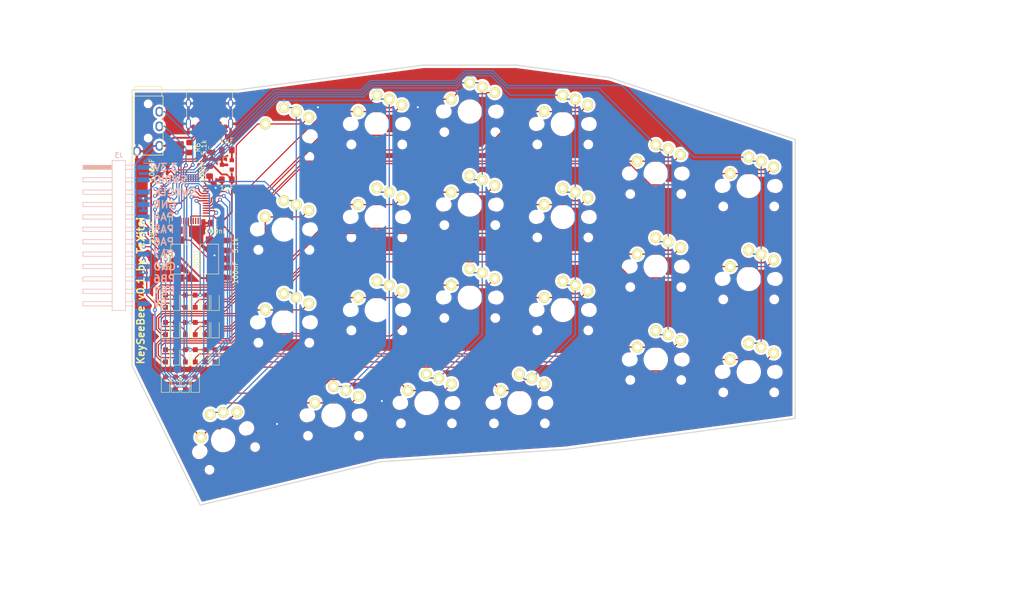
<source format=kicad_pcb>
(kicad_pcb (version 20171130) (host pcbnew 5.0.2+dfsg1-1)
  (layers (0 F.Cu signal) (31 B.Cu signal) (34 B.Paste user) (35 F.Paste user) (36 B.SilkS user) (37 F.SilkS user) (38 B.Mask user) (39 F.Mask user) (44 Edge.Cuts user))
  (net 0 "")
  (net 1 GND)
  (net 2 D+)
  (net 3 "Net-(J1-PadB5)")
  (net 4 "Net-(J1-PadA8)")
  (net 5 D-)
  (net 6 "Net-(J1-PadA5)")
  (net 7 "Net-(J1-PadB8)")
  (net 8 5V)
  (net 9 3.3V)
  (net 10 SWDIO)
  (net 11 SWDCLK)
  (net 12 PA4)
  (net 13 PA5)
  (net 14 PA6)
  (net 15 PA7)
  (net 16 PB6)
  (net 17 PB7)
  (net 18 TX)
  (net 19 RX)
  (net 20 COL4)
  (net 21 COL5)
  (net 22 COL2)
  (net 23 COL6)
  (net 24 COL3)
  (net 25 COL1)
  (net 26 "Net-(R1-Pad1)")
  (net 27 VBAT)
  (net 28 "Net-(U1-Pad2)")
  (net 29 "Net-(U1-Pad3)")
  (net 30 "Net-(U1-Pad4)")
  (net 31 "Net-(U1-Pad5)")
  (net 32 "Net-(U1-Pad6)")
  (net 33 "Net-(C1-Pad2)")
  (net 34 "Net-(U1-Pad10)")
  (net 35 "Net-(U1-Pad11)")
  (net 36 "Net-(U1-Pad12)")
  (net 37 "Net-(U1-Pad13)")
  (net 38 ROW1)
  (net 39 ROW2)
  (net 40 ROW3)
  (net 41 ROW4)
  (net 42 "Net-(U1-Pad22)")
  (net 43 "Net-(U1-Pad26)")
  (net 44 "Net-(U1-Pad27)")
  (net 45 "Net-(U1-Pad28)")
  (net 46 "Net-(U1-Pad29)")
  (net 47 "Net-(D5-Pad1)")
  (net 48 "Net-(D6-Pad1)")
  (net 49 "Net-(D7-Pad1)")
  (net 50 "Net-(D26-Pad1)")
  (net 51 "Net-(D36-Pad1)")
  (net 52 "Net-(D35-Pad1)")
  (net 53 "Net-(D34-Pad1)")
  (net 54 "Net-(D33-Pad1)")
  (net 55 "Net-(D25-Pad1)")
  (net 56 "Net-(D24-Pad1)")
  (net 57 "Net-(D23-Pad1)")
  (net 58 "Net-(D21-Pad1)")
  (net 59 "Net-(D20-Pad1)")
  (net 60 "Net-(D19-Pad1)")
  (net 61 "Net-(D16-Pad1)")
  (net 62 "Net-(D14-Pad1)")
  (net 63 "Net-(D12-Pad1)")
  (net 64 "Net-(D11-Pad1)")
  (net 65 "Net-(D10-Pad1)")
  (net 66 "Net-(D15-Pad1)")
  (net 67 "Net-(D9-Pad1)")
  (net 68 "Net-(D17-Pad1)")
  (module foostan-kbd:CherryMX_Choc_1u (layer F.Cu) (at 99.568 136.652 26.5)
    (fp_text reference SW15 hide)
    (fp_text value SW_Push hide)
    (pad "" np_thru_hole circle (at -5.22 4.2 26.5) (size 1 1) (drill 1) (layers *.Cu *.Mask))
    (pad "" np_thru_hole circle (at 5.22 4.2 26.5) (size 1 1) (drill 1) (layers *.Cu *.Mask))
    (pad "" np_thru_hole circle (at -5.08 0 26.5) (size 1.7 1.7) (drill 1.7) (layers *.Cu *.Mask))
    (pad "" np_thru_hole circle (at 5.08 0 26.5) (size 1.7 1.7) (drill 1.7) (layers *.Cu *.Mask))
    (pad 1 thru_hole circle (at -3.81 -2.54 76.5) (size 2.2 2.2) (drill 1.2) (layers *.Cu F.SilkS B.Mask) (net 68 "Net-(D17-Pad1)"))
    (pad 2 thru_hole circle (at 2.54 -5.08 26.5) (size 2.2 2.2) (drill 1.2) (layers *.Cu F.SilkS B.Mask) (net 23 COL6))
    (pad 2 thru_hole circle (at 0 -5.9 116.5) (size 2.2 2.2) (drill 1.2) (layers *.Cu F.SilkS B.Mask) (net 23 COL6))
    (pad "" np_thru_hole circle (at 5.5 0 116.5) (size 1.9 1.9) (drill 1.9) (layers *.Cu *.Mask))
    (pad "" np_thru_hole circle (at -5.5 0 116.5) (size 1.9 1.9) (drill 1.9) (layers *.Cu *.Mask))
    (pad "" np_thru_hole circle (at 0 0 116.5) (size 4 4) (drill 4) (layers *.Cu *.Mask))
    (pad 1 thru_hole circle (at 5.1 -3.9 336.5) (size 2.2 2.2) (drill 1.2) (layers *.Cu F.SilkS B.Mask) (net 68 "Net-(D17-Pad1)"))
  )
  (module Button_Switch_SMD:SW_SPST_CK_RS282G05A3 (layer F.Cu) (at 90.678 99.568 90)
    (fp_text reference SW2 hide)
    (fp_text value RESET (at 0 -2.667 90) (layer F.SilkS))
    (pad 2 smd rect (at 3.9 0 90) (size 1.5 1.5) (layers F.Cu F.Paste F.Mask) (net 33 "Net-(C1-Pad2)"))
    (pad 1 smd rect (at -3.9 0 90) (size 1.5 1.5) (layers F.Cu F.Paste F.Mask) (net 1 GND))
  )
  (module Button_Switch_SMD:SW_SPST_CK_RS282G05A3 (layer F.Cu) (at 96.774 99.568 270)
    (fp_text reference SW1 hide)
    (fp_text value BOOT (at 0 2.667 270) (layer F.SilkS))
    (pad 1 smd rect (at -3.9 0 270) (size 1.5 1.5) (layers F.Cu F.Paste F.Mask) (net 26 "Net-(R1-Pad1)"))
    (pad 2 smd rect (at 3.9 0 270) (size 1.5 1.5) (layers F.Cu F.Paste F.Mask) (net 9 3.3V))
  )
  (module Capacitor_SMD:C_0805_2012Metric_Pad1.15x1.40mm_HandSolder (layer F.Cu) (at 100.457 102.362 270)
    (fp_text reference C1 hide)
    (fp_text value 100nF (at 0 -1.651 270) (layer F.SilkS))
    (pad 1 smd roundrect (at -1.025 0 270) (size 1.15 1.4) (layers F.Cu F.Paste F.Mask) (roundrect_rratio 0.217391) (net 1 GND))
    (pad 2 smd roundrect (at 1.025 0 270) (size 1.15 1.4) (layers F.Cu F.Paste F.Mask) (roundrect_rratio 0.217391) (net 33 "Net-(C1-Pad2)"))
  )
  (module Capacitor_SMD:C_0805_2012Metric_Pad1.15x1.40mm_HandSolder (layer F.Cu) (at 86.614 81.28 270)
    (fp_text reference C2 hide)
    (fp_text value 100nF (at 0 1.65 270) (layer F.SilkS))
    (pad 2 smd roundrect (at 1.025 0 270) (size 1.15 1.4) (layers F.Cu F.Paste F.Mask) (roundrect_rratio 0.217391) (net 9 3.3V))
    (pad 1 smd roundrect (at -1.025 0 270) (size 1.15 1.4) (layers F.Cu F.Paste F.Mask) (roundrect_rratio 0.217391) (net 1 GND))
  )
  (module Capacitor_SMD:C_0805_2012Metric_Pad1.15x1.40mm_HandSolder (layer F.Cu) (at 96.774 81.534 90)
    (fp_text reference C3 hide)
    (fp_text value 100nF (at 0 -1.524 90) (layer F.SilkS))
    (pad 1 smd roundrect (at -1.025 0 90) (size 1.15 1.4) (layers F.Cu F.Paste F.Mask) (roundrect_rratio 0.217391) (net 1 GND))
    (pad 2 smd roundrect (at 1.025 0 90) (size 1.15 1.4) (layers F.Cu F.Paste F.Mask) (roundrect_rratio 0.217391) (net 9 3.3V))
  )
  (module Capacitor_SMD:C_0805_2012Metric_Pad1.15x1.40mm_HandSolder (layer F.Cu) (at 98.044 92.202)
    (fp_text reference C4 hide)
    (fp_text value 100nF (at 0 1.65) (layer F.SilkS))
    (pad 2 smd roundrect (at 1.025 0) (size 1.15 1.4) (layers F.Cu F.Paste F.Mask) (roundrect_rratio 0.217391) (net 9 3.3V))
    (pad 1 smd roundrect (at -1.025 0) (size 1.15 1.4) (layers F.Cu F.Paste F.Mask) (roundrect_rratio 0.217391) (net 1 GND))
  )
  (module Capacitor_SMD:C_0805_2012Metric_Pad1.15x1.40mm_HandSolder (layer F.Cu) (at 86.614 93.98 270)
    (fp_text reference C5 hide)
    (fp_text value 100nF (at 0 1.65 270) (layer F.SilkS))
    (pad 1 smd roundrect (at -1.025 0 270) (size 1.15 1.4) (layers F.Cu F.Paste F.Mask) (roundrect_rratio 0.217391) (net 1 GND))
    (pad 2 smd roundrect (at 1.025 0 270) (size 1.15 1.4) (layers F.Cu F.Paste F.Mask) (roundrect_rratio 0.217391) (net 9 3.3V))
  )
  (module Capacitor_SMD:C_0805_2012Metric_Pad1.15x1.40mm_HandSolder (layer F.Cu) (at 100.33 83.312)
    (fp_text reference C6 hide)
    (fp_text value 1µF (at 0 1.65) (layer F.SilkS))
    (pad 2 smd roundrect (at 1.025 0) (size 1.15 1.4) (layers F.Cu F.Paste F.Mask) (roundrect_rratio 0.217391) (net 9 3.3V))
    (pad 1 smd roundrect (at -1.025 0) (size 1.15 1.4) (layers F.Cu F.Paste F.Mask) (roundrect_rratio 0.217391) (net 1 GND))
  )
  (module Capacitor_SMD:C_0805_2012Metric_Pad1.15x1.40mm_HandSolder (layer F.Cu) (at 100.33 77.216)
    (fp_text reference C7 hide)
    (fp_text value 1µF (at 0 -1.905) (layer F.SilkS))
    (pad 1 smd roundrect (at -1.025 0) (size 1.15 1.4) (layers F.Cu F.Paste F.Mask) (roundrect_rratio 0.217391) (net 1 GND))
    (pad 2 smd roundrect (at 1.025 0) (size 1.15 1.4) (layers F.Cu F.Paste F.Mask) (roundrect_rratio 0.217391) (net 8 5V))
  )
  (module Diode_SMD:D_SOD-323_HandSoldering (layer F.Cu) (at 87.757 124.968 90)
    (fp_text reference D17 hide)
    (fp_text value D4.6)
    (pad 2 smd rect (at 1.25 0 90) (size 1 1) (layers F.Cu F.Paste F.Mask) (net 41 ROW4))
    (pad 1 smd rect (at -1.25 0 90) (size 1 1) (layers F.Cu F.Paste F.Mask) (net 68 "Net-(D17-Pad1)"))
  )
  (module Diode_SMD:D_SOD-323_HandSoldering (layer F.Cu) (at 87.757 113.792 90)
    (fp_text reference D15 hide)
    (fp_text value D2.6)
    (pad 1 smd rect (at -1.25 0 90) (size 1 1) (layers F.Cu F.Paste F.Mask) (net 66 "Net-(D15-Pad1)"))
    (pad 2 smd rect (at 1.25 0 90) (size 1 1) (layers F.Cu F.Paste F.Mask) (net 39 ROW2))
  )
  (module Diode_SMD:D_SOD-323_HandSoldering (layer F.Cu) (at 87.757 108.204 90)
    (fp_text reference D14 hide)
    (fp_text value D1.6)
    (pad 2 smd rect (at 1.25 0 90) (size 1 1) (layers F.Cu F.Paste F.Mask) (net 38 ROW1))
    (pad 1 smd rect (at -1.25 0 90) (size 1 1) (layers F.Cu F.Paste F.Mask) (net 62 "Net-(D14-Pad1)"))
  )
  (module Diode_SMD:D_SOD-323_HandSoldering (layer F.Cu) (at 93.853 124.968 90)
    (fp_text reference D12 hide)
    (fp_text value D4.3)
    (pad 1 smd rect (at -1.25 0 90) (size 1 1) (layers F.Cu F.Paste F.Mask) (net 63 "Net-(D12-Pad1)"))
    (pad 2 smd rect (at 1.25 0 90) (size 1 1) (layers F.Cu F.Paste F.Mask) (net 41 ROW4))
  )
  (module Diode_SMD:D_SOD-323_HandSoldering (layer F.Cu) (at 93.853 119.38 90)
    (fp_text reference D11 hide)
    (fp_text value D3.3)
    (pad 2 smd rect (at 1.25 0 90) (size 1 1) (layers F.Cu F.Paste F.Mask) (net 40 ROW3))
    (pad 1 smd rect (at -1.25 0 90) (size 1 1) (layers F.Cu F.Paste F.Mask) (net 64 "Net-(D11-Pad1)"))
  )
  (module Diode_SMD:D_SOD-323_HandSoldering (layer F.Cu) (at 93.853 113.792 90)
    (fp_text reference D10 hide)
    (fp_text value D2.3)
    (pad 1 smd rect (at -1.25 0 90) (size 1 1) (layers F.Cu F.Paste F.Mask) (net 65 "Net-(D10-Pad1)"))
    (pad 2 smd rect (at 1.25 0 90) (size 1 1) (layers F.Cu F.Paste F.Mask) (net 39 ROW2))
  )
  (module Diode_SMD:D_SOD-323_HandSoldering (layer F.Cu) (at 93.853 108.204 90)
    (fp_text reference D9 hide)
    (fp_text value D1.3)
    (pad 2 smd rect (at 1.25 0 90) (size 1 1) (layers F.Cu F.Paste F.Mask) (net 38 ROW1))
    (pad 1 smd rect (at -1.25 0 90) (size 1 1) (layers F.Cu F.Paste F.Mask) (net 67 "Net-(D9-Pad1)"))
  )
  (module Diode_SMD:D_SOD-323_HandSoldering (layer F.Cu) (at 97.917 119.38 90)
    (fp_text reference D7 hide)
    (fp_text value D3.1)
    (pad 1 smd rect (at -1.25 0 90) (size 1 1) (layers F.Cu F.Paste F.Mask) (net 49 "Net-(D7-Pad1)"))
    (pad 2 smd rect (at 1.25 0 90) (size 1 1) (layers F.Cu F.Paste F.Mask) (net 40 ROW3))
  )
  (module Diode_SMD:D_SOD-323_HandSoldering (layer F.Cu) (at 97.917 113.792 90)
    (fp_text reference D6 hide)
    (fp_text value D2.1)
    (pad 2 smd rect (at 1.25 0 90) (size 1 1) (layers F.Cu F.Paste F.Mask) (net 39 ROW2))
    (pad 1 smd rect (at -1.25 0 90) (size 1 1) (layers F.Cu F.Paste F.Mask) (net 48 "Net-(D6-Pad1)"))
  )
  (module Diode_SMD:D_SOD-323_HandSoldering (layer F.Cu) (at 97.917 108.204 90)
    (fp_text reference D5 hide)
    (fp_text value D1.1)
    (pad 1 smd rect (at -1.25 0 90) (size 1 1) (layers F.Cu F.Paste F.Mask) (net 47 "Net-(D5-Pad1)"))
    (pad 2 smd rect (at 1.25 0 90) (size 1 1) (layers F.Cu F.Paste F.Mask) (net 38 ROW1))
  )
  (module Diode_SMD:D_SOD-323_HandSoldering (layer F.Cu) (at 87.757 119.38 90)
    (fp_text reference D16 hide)
    (fp_text value D3.6)
    (pad 2 smd rect (at 1.25 0 90) (size 1 1) (layers F.Cu F.Paste F.Mask) (net 40 ROW3))
    (pad 1 smd rect (at -1.25 0 90) (size 1 1) (layers F.Cu F.Paste F.Mask) (net 61 "Net-(D16-Pad1)"))
  )
  (module Diode_SMD:D_SOD-323_HandSoldering (layer F.Cu) (at 95.885 113.792 90)
    (fp_text reference D20 hide)
    (fp_text value D2.2)
    (pad 1 smd rect (at -1.25 0 90) (size 1 1) (layers F.Cu F.Paste F.Mask) (net 59 "Net-(D20-Pad1)"))
    (pad 2 smd rect (at 1.25 0 90) (size 1 1) (layers F.Cu F.Paste F.Mask) (net 39 ROW2))
  )
  (module Diode_SMD:D_SOD-323_HandSoldering (layer F.Cu) (at 89.789 124.968 90)
    (fp_text reference D36 hide)
    (fp_text value D4.5)
    (pad 2 smd rect (at 1.25 0 90) (size 1 1) (layers F.Cu F.Paste F.Mask) (net 41 ROW4))
    (pad 1 smd rect (at -1.25 0 90) (size 1 1) (layers F.Cu F.Paste F.Mask) (net 51 "Net-(D36-Pad1)"))
  )
  (module Diode_SMD:D_SOD-323_HandSoldering (layer F.Cu) (at 89.789 113.792 90)
    (fp_text reference D34 hide)
    (fp_text value D2.5)
    (pad 1 smd rect (at -1.25 0 90) (size 1 1) (layers F.Cu F.Paste F.Mask) (net 53 "Net-(D34-Pad1)"))
    (pad 2 smd rect (at 1.25 0 90) (size 1 1) (layers F.Cu F.Paste F.Mask) (net 39 ROW2))
  )
  (module Diode_SMD:D_SOD-323_HandSoldering (layer F.Cu) (at 89.789 108.204 90)
    (fp_text reference D33 hide)
    (fp_text value D1.5)
    (pad 2 smd rect (at 1.25 0 90) (size 1 1) (layers F.Cu F.Paste F.Mask) (net 38 ROW1))
    (pad 1 smd rect (at -1.25 0 90) (size 1 1) (layers F.Cu F.Paste F.Mask) (net 54 "Net-(D33-Pad1)"))
  )
  (module Diode_SMD:D_SOD-323_HandSoldering (layer F.Cu) (at 91.821 124.968 90)
    (fp_text reference D26 hide)
    (fp_text value D4.4)
    (pad 1 smd rect (at -1.25 0 90) (size 1 1) (layers F.Cu F.Paste F.Mask) (net 50 "Net-(D26-Pad1)"))
    (pad 2 smd rect (at 1.25 0 90) (size 1 1) (layers F.Cu F.Paste F.Mask) (net 41 ROW4))
  )
  (module Diode_SMD:D_SOD-323_HandSoldering (layer F.Cu) (at 91.821 119.38 90)
    (fp_text reference D25 hide)
    (fp_text value D3.4)
    (pad 2 smd rect (at 1.25 0 90) (size 1 1) (layers F.Cu F.Paste F.Mask) (net 40 ROW3))
    (pad 1 smd rect (at -1.25 0 90) (size 1 1) (layers F.Cu F.Paste F.Mask) (net 55 "Net-(D25-Pad1)"))
  )
  (module Diode_SMD:D_SOD-323_HandSoldering (layer F.Cu) (at 91.821 113.792 90)
    (fp_text reference D24 hide)
    (fp_text value D2.4)
    (pad 1 smd rect (at -1.25 0 90) (size 1 1) (layers F.Cu F.Paste F.Mask) (net 56 "Net-(D24-Pad1)"))
    (pad 2 smd rect (at 1.25 0 90) (size 1 1) (layers F.Cu F.Paste F.Mask) (net 39 ROW2))
  )
  (module Diode_SMD:D_SOD-323_HandSoldering (layer F.Cu) (at 91.821 108.204 90)
    (fp_text reference D23 hide)
    (fp_text value D1.4)
    (pad 2 smd rect (at 1.25 0 90) (size 1 1) (layers F.Cu F.Paste F.Mask) (net 38 ROW1))
    (pad 1 smd rect (at -1.25 0 90) (size 1 1) (layers F.Cu F.Paste F.Mask) (net 57 "Net-(D23-Pad1)"))
  )
  (module Diode_SMD:D_SOD-323_HandSoldering (layer F.Cu) (at 95.885 119.38 90)
    (fp_text reference D21 hide)
    (fp_text value D3.2)
    (pad 1 smd rect (at -1.25 0 90) (size 1 1) (layers F.Cu F.Paste F.Mask) (net 58 "Net-(D21-Pad1)"))
    (pad 2 smd rect (at 1.25 0 90) (size 1 1) (layers F.Cu F.Paste F.Mask) (net 40 ROW3))
  )
  (module Diode_SMD:D_SOD-323_HandSoldering (layer F.Cu) (at 95.885 108.204 90)
    (fp_text reference D19 hide)
    (fp_text value D1.2)
    (pad 2 smd rect (at 1.25 0 90) (size 1 1) (layers F.Cu F.Paste F.Mask) (net 38 ROW1))
    (pad 1 smd rect (at -1.25 0 90) (size 1 1) (layers F.Cu F.Paste F.Mask) (net 60 "Net-(D19-Pad1)"))
  )
  (module Diode_SMD:D_SOD-323_HandSoldering (layer F.Cu) (at 89.789 119.38 90)
    (fp_text reference D35 hide)
    (fp_text value D3.5)
    (pad 1 smd rect (at -1.25 0 90) (size 1 1) (layers F.Cu F.Paste F.Mask) (net 52 "Net-(D35-Pad1)"))
    (pad 2 smd rect (at 1.25 0 90) (size 1 1) (layers F.Cu F.Paste F.Mask) (net 40 ROW3))
  )
  (module Package_QFP:LQFP-48_7x7mm_P0.5mm (layer F.Cu) (at 91.694 87.376 90)
    (fp_text reference U1 hide)
    (fp_text value STM32)
    (pad 1 smd rect (at -4.35 -2.75 90) (size 1.3 0.25) (layers F.Cu F.Paste F.Mask) (net 27 VBAT))
    (pad 2 smd rect (at -4.35 -2.25 90) (size 1.3 0.25) (layers F.Cu F.Paste F.Mask) (net 28 "Net-(U1-Pad2)"))
    (pad 3 smd rect (at -4.35 -1.75 90) (size 1.3 0.25) (layers F.Cu F.Paste F.Mask) (net 29 "Net-(U1-Pad3)"))
    (pad 4 smd rect (at -4.35 -1.25 90) (size 1.3 0.25) (layers F.Cu F.Paste F.Mask) (net 30 "Net-(U1-Pad4)"))
    (pad 5 smd rect (at -4.35 -0.75 90) (size 1.3 0.25) (layers F.Cu F.Paste F.Mask) (net 31 "Net-(U1-Pad5)"))
    (pad 6 smd rect (at -4.35 -0.25 90) (size 1.3 0.25) (layers F.Cu F.Paste F.Mask) (net 32 "Net-(U1-Pad6)"))
    (pad 7 smd rect (at -4.35 0.25 90) (size 1.3 0.25) (layers F.Cu F.Paste F.Mask) (net 33 "Net-(C1-Pad2)"))
    (pad 8 smd rect (at -4.35 0.75 90) (size 1.3 0.25) (layers F.Cu F.Paste F.Mask) (net 1 GND))
    (pad 9 smd rect (at -4.35 1.25 90) (size 1.3 0.25) (layers F.Cu F.Paste F.Mask) (net 9 3.3V))
    (pad 10 smd rect (at -4.35 1.75 90) (size 1.3 0.25) (layers F.Cu F.Paste F.Mask) (net 34 "Net-(U1-Pad10)"))
    (pad 11 smd rect (at -4.35 2.25 90) (size 1.3 0.25) (layers F.Cu F.Paste F.Mask) (net 35 "Net-(U1-Pad11)"))
    (pad 12 smd rect (at -4.35 2.75 90) (size 1.3 0.25) (layers F.Cu F.Paste F.Mask) (net 36 "Net-(U1-Pad12)"))
    (pad 13 smd rect (at -2.75 4.35 180) (size 1.3 0.25) (layers F.Cu F.Paste F.Mask) (net 37 "Net-(U1-Pad13)"))
    (pad 14 smd rect (at -2.25 4.35 180) (size 1.3 0.25) (layers F.Cu F.Paste F.Mask) (net 12 PA4))
    (pad 15 smd rect (at -1.75 4.35 180) (size 1.3 0.25) (layers F.Cu F.Paste F.Mask) (net 13 PA5))
    (pad 16 smd rect (at -1.25 4.35 180) (size 1.3 0.25) (layers F.Cu F.Paste F.Mask) (net 14 PA6))
    (pad 17 smd rect (at -0.75 4.35 180) (size 1.3 0.25) (layers F.Cu F.Paste F.Mask) (net 15 PA7))
    (pad 18 smd rect (at -0.25 4.35 180) (size 1.3 0.25) (layers F.Cu F.Paste F.Mask) (net 38 ROW1))
    (pad 19 smd rect (at 0.25 4.35 180) (size 1.3 0.25) (layers F.Cu F.Paste F.Mask) (net 39 ROW2))
    (pad 20 smd rect (at 0.75 4.35 180) (size 1.3 0.25) (layers F.Cu F.Paste F.Mask) (net 40 ROW3))
    (pad 21 smd rect (at 1.25 4.35 180) (size 1.3 0.25) (layers F.Cu F.Paste F.Mask) (net 41 ROW4))
    (pad 22 smd rect (at 1.75 4.35 180) (size 1.3 0.25) (layers F.Cu F.Paste F.Mask) (net 42 "Net-(U1-Pad22)"))
    (pad 23 smd rect (at 2.25 4.35 180) (size 1.3 0.25) (layers F.Cu F.Paste F.Mask) (net 1 GND))
    (pad 24 smd rect (at 2.75 4.35 180) (size 1.3 0.25) (layers F.Cu F.Paste F.Mask) (net 9 3.3V))
    (pad 25 smd rect (at 4.35 2.75 90) (size 1.3 0.25) (layers F.Cu F.Paste F.Mask) (net 9 3.3V))
    (pad 26 smd rect (at 4.35 2.25 90) (size 1.3 0.25) (layers F.Cu F.Paste F.Mask) (net 43 "Net-(U1-Pad26)"))
    (pad 27 smd rect (at 4.35 1.75 90) (size 1.3 0.25) (layers F.Cu F.Paste F.Mask) (net 44 "Net-(U1-Pad27)"))
    (pad 28 smd rect (at 4.35 1.25 90) (size 1.3 0.25) (layers F.Cu F.Paste F.Mask) (net 45 "Net-(U1-Pad28)"))
    (pad 29 smd rect (at 4.35 0.75 90) (size 1.3 0.25) (layers F.Cu F.Paste F.Mask) (net 46 "Net-(U1-Pad29)"))
    (pad 30 smd rect (at 4.35 0.25 90) (size 1.3 0.25) (layers F.Cu F.Paste F.Mask) (net 18 TX))
    (pad 31 smd rect (at 4.35 -0.25 90) (size 1.3 0.25) (layers F.Cu F.Paste F.Mask) (net 19 RX))
    (pad 32 smd rect (at 4.35 -0.75 90) (size 1.3 0.25) (layers F.Cu F.Paste F.Mask) (net 5 D-))
    (pad 33 smd rect (at 4.35 -1.25 90) (size 1.3 0.25) (layers F.Cu F.Paste F.Mask) (net 2 D+))
    (pad 34 smd rect (at 4.35 -1.75 90) (size 1.3 0.25) (layers F.Cu F.Paste F.Mask) (net 10 SWDIO))
    (pad 35 smd rect (at 4.35 -2.25 90) (size 1.3 0.25) (layers F.Cu F.Paste F.Mask) (net 1 GND))
    (pad 36 smd rect (at 4.35 -2.75 90) (size 1.3 0.25) (layers F.Cu F.Paste F.Mask) (net 9 3.3V))
    (pad 37 smd rect (at 2.75 -4.35 180) (size 1.3 0.25) (layers F.Cu F.Paste F.Mask) (net 11 SWDCLK))
    (pad 38 smd rect (at 2.25 -4.35 180) (size 1.3 0.25) (layers F.Cu F.Paste F.Mask) (net 25 COL1))
    (pad 39 smd rect (at 1.75 -4.35 180) (size 1.3 0.25) (layers F.Cu F.Paste F.Mask) (net 22 COL2))
    (pad 40 smd rect (at 1.25 -4.35 180) (size 1.3 0.25) (layers F.Cu F.Paste F.Mask) (net 24 COL3))
    (pad 41 smd rect (at 0.75 -4.35 180) (size 1.3 0.25) (layers F.Cu F.Paste F.Mask) (net 20 COL4))
    (pad 42 smd rect (at 0.25 -4.35 180) (size 1.3 0.25) (layers F.Cu F.Paste F.Mask) (net 16 PB6))
    (pad 43 smd rect (at -0.25 -4.35 180) (size 1.3 0.25) (layers F.Cu F.Paste F.Mask) (net 17 PB7))
    (pad 44 smd rect (at -0.75 -4.35 180) (size 1.3 0.25) (layers F.Cu F.Paste F.Mask) (net 26 "Net-(R1-Pad1)"))
    (pad 45 smd rect (at -1.25 -4.35 180) (size 1.3 0.25) (layers F.Cu F.Paste F.Mask) (net 21 COL5))
    (pad 46 smd rect (at -1.75 -4.35 180) (size 1.3 0.25) (layers F.Cu F.Paste F.Mask) (net 23 COL6))
    (pad 47 smd rect (at -2.25 -4.35 180) (size 1.3 0.25) (layers F.Cu F.Paste F.Mask) (net 1 GND))
    (pad 48 smd rect (at -2.75 -4.35 180) (size 1.3 0.25) (layers F.Cu F.Paste F.Mask) (net 9 3.3V))
  )
  (module Package_TO_SOT_SMD:SOT-23 (layer F.Cu) (at 100.33 80.264 180)
    (fp_text reference U2 hide)
    (fp_text value LDO)
    (pad 1 smd rect (at -1 -0.95 180) (size 0.9 0.8) (layers F.Cu F.Paste F.Mask) (net 9 3.3V))
    (pad 2 smd rect (at -1 0.95 180) (size 0.9 0.8) (layers F.Cu F.Paste F.Mask) (net 8 5V))
    (pad 3 smd rect (at 1 0 180) (size 0.9 0.8) (layers F.Cu F.Paste F.Mask) (net 1 GND))
  )
  (module Resistor_SMD:R_0805_2012Metric_Pad1.15x1.40mm_HandSolder (layer F.Cu) (at 97.282 76.708 270)
    (fp_text reference R7 hide)
    (fp_text value 5.1k (at 0 1.65 270) (layer F.SilkS))
    (pad 1 smd roundrect (at -1.025 0 270) (size 1.15 1.4) (layers F.Cu F.Paste F.Mask) (roundrect_rratio 0.217391) (net 6 "Net-(J1-PadA5)"))
    (pad 2 smd roundrect (at 1.025 0 270) (size 1.15 1.4) (layers F.Cu F.Paste F.Mask) (roundrect_rratio 0.217391) (net 1 GND))
  )
  (module Resistor_SMD:R_0805_2012Metric_Pad1.15x1.40mm_HandSolder (layer F.Cu) (at 92.71 76.708 270)
    (fp_text reference R6 (at 0 -1.65 270) (layer F.SilkS))
    (fp_text value 5.1k)
    (pad 2 smd roundrect (at 1.025 0 270) (size 1.15 1.4) (layers F.Cu F.Paste F.Mask) (roundrect_rratio 0.217391) (net 1 GND))
    (pad 1 smd roundrect (at -1.025 0 270) (size 1.15 1.4) (layers F.Cu F.Paste F.Mask) (roundrect_rratio 0.217391) (net 3 "Net-(J1-PadB5)"))
  )
  (module Resistor_SMD:R_0805_2012Metric_Pad1.15x1.40mm_HandSolder (layer F.Cu) (at 100.457 96.774 270)
    (fp_text reference R1 hide)
    (fp_text value 5.1k (at 0 -1.651 270) (layer F.SilkS))
    (pad 1 smd roundrect (at -1.025 0 270) (size 1.15 1.4) (layers F.Cu F.Paste F.Mask) (roundrect_rratio 0.217391) (net 26 "Net-(R1-Pad1)"))
    (pad 2 smd roundrect (at 1.025 0 270) (size 1.15 1.4) (layers F.Cu F.Paste F.Mask) (roundrect_rratio 0.217391) (net 1 GND))
  )
  (module foostan-kbd:CherryMX_Choc_1u (layer F.Cu) (at 207.264 84.582)
    (fp_text reference SW3 hide)
    (fp_text value SW_Push hide)
    (pad 1 thru_hole circle (at 5.1 -3.9 310) (size 2.2 2.2) (drill 1.2) (layers *.Cu F.SilkS B.Mask) (net 47 "Net-(D5-Pad1)"))
    (pad "" np_thru_hole circle (at 0 0 90) (size 4 4) (drill 4) (layers *.Cu *.Mask))
    (pad "" np_thru_hole circle (at -5.5 0 90) (size 1.9 1.9) (drill 1.9) (layers *.Cu *.Mask))
    (pad "" np_thru_hole circle (at 5.5 0 90) (size 1.9 1.9) (drill 1.9) (layers *.Cu *.Mask))
    (pad 2 thru_hole circle (at 0 -5.9 90) (size 2.2 2.2) (drill 1.2) (layers *.Cu F.SilkS B.Mask) (net 25 COL1))
    (pad 2 thru_hole circle (at 2.54 -5.08) (size 2.2 2.2) (drill 1.2) (layers *.Cu F.SilkS B.Mask) (net 25 COL1))
    (pad 1 thru_hole circle (at -3.81 -2.54 50) (size 2.2 2.2) (drill 1.2) (layers *.Cu F.SilkS B.Mask) (net 47 "Net-(D5-Pad1)"))
    (pad "" np_thru_hole circle (at 5.08 0) (size 1.7 1.7) (drill 1.7) (layers *.Cu *.Mask))
    (pad "" np_thru_hole circle (at -5.08 0) (size 1.7 1.7) (drill 1.7) (layers *.Cu *.Mask))
    (pad "" np_thru_hole circle (at 5.22 4.2) (size 1 1) (drill 1) (layers *.Cu *.Mask))
    (pad "" np_thru_hole circle (at -5.22 4.2) (size 1 1) (drill 1) (layers *.Cu *.Mask))
  )
  (module foostan-kbd:CherryMX_Choc_1u (layer F.Cu) (at 207.264 103.632)
    (fp_text reference SW4 hide)
    (fp_text value SW_Push hide)
    (pad "" np_thru_hole circle (at -5.22 4.2) (size 1 1) (drill 1) (layers *.Cu *.Mask))
    (pad "" np_thru_hole circle (at 5.22 4.2) (size 1 1) (drill 1) (layers *.Cu *.Mask))
    (pad "" np_thru_hole circle (at -5.08 0) (size 1.7 1.7) (drill 1.7) (layers *.Cu *.Mask))
    (pad "" np_thru_hole circle (at 5.08 0) (size 1.7 1.7) (drill 1.7) (layers *.Cu *.Mask))
    (pad 1 thru_hole circle (at -3.81 -2.54 50) (size 2.2 2.2) (drill 1.2) (layers *.Cu F.SilkS B.Mask) (net 48 "Net-(D6-Pad1)"))
    (pad 2 thru_hole circle (at 2.54 -5.08) (size 2.2 2.2) (drill 1.2) (layers *.Cu F.SilkS B.Mask) (net 25 COL1))
    (pad 2 thru_hole circle (at 0 -5.9 90) (size 2.2 2.2) (drill 1.2) (layers *.Cu F.SilkS B.Mask) (net 25 COL1))
    (pad "" np_thru_hole circle (at 5.5 0 90) (size 1.9 1.9) (drill 1.9) (layers *.Cu *.Mask))
    (pad "" np_thru_hole circle (at -5.5 0 90) (size 1.9 1.9) (drill 1.9) (layers *.Cu *.Mask))
    (pad "" np_thru_hole circle (at 0 0 90) (size 4 4) (drill 4) (layers *.Cu *.Mask))
    (pad 1 thru_hole circle (at 5.1 -3.9 310) (size 2.2 2.2) (drill 1.2) (layers *.Cu F.SilkS B.Mask) (net 48 "Net-(D6-Pad1)"))
  )
  (module foostan-kbd:CherryMX_Choc_1u (layer F.Cu) (at 207.264 122.682)
    (fp_text reference SW5 hide)
    (fp_text value SW_Push hide)
    (pad 1 thru_hole circle (at 5.1 -3.9 310) (size 2.2 2.2) (drill 1.2) (layers *.Cu F.SilkS B.Mask) (net 49 "Net-(D7-Pad1)"))
    (pad "" np_thru_hole circle (at 0 0 90) (size 4 4) (drill 4) (layers *.Cu *.Mask))
    (pad "" np_thru_hole circle (at -5.5 0 90) (size 1.9 1.9) (drill 1.9) (layers *.Cu *.Mask))
    (pad "" np_thru_hole circle (at 5.5 0 90) (size 1.9 1.9) (drill 1.9) (layers *.Cu *.Mask))
    (pad 2 thru_hole circle (at 0 -5.9 90) (size 2.2 2.2) (drill 1.2) (layers *.Cu F.SilkS B.Mask) (net 25 COL1))
    (pad 2 thru_hole circle (at 2.54 -5.08) (size 2.2 2.2) (drill 1.2) (layers *.Cu F.SilkS B.Mask) (net 25 COL1))
    (pad 1 thru_hole circle (at -3.81 -2.54 50) (size 2.2 2.2) (drill 1.2) (layers *.Cu F.SilkS B.Mask) (net 49 "Net-(D7-Pad1)"))
    (pad "" np_thru_hole circle (at 5.08 0) (size 1.7 1.7) (drill 1.7) (layers *.Cu *.Mask))
    (pad "" np_thru_hole circle (at -5.08 0) (size 1.7 1.7) (drill 1.7) (layers *.Cu *.Mask))
    (pad "" np_thru_hole circle (at 5.22 4.2) (size 1 1) (drill 1) (layers *.Cu *.Mask))
    (pad "" np_thru_hole circle (at -5.22 4.2) (size 1 1) (drill 1) (layers *.Cu *.Mask))
  )
  (module foostan-kbd:CherryMX_Choc_1u (layer F.Cu) (at 169.164 71.882)
    (fp_text reference SW7 hide)
    (fp_text value SW_Push hide)
    (pad "" np_thru_hole circle (at -5.22 4.2) (size 1 1) (drill 1) (layers *.Cu *.Mask))
    (pad "" np_thru_hole circle (at 5.22 4.2) (size 1 1) (drill 1) (layers *.Cu *.Mask))
    (pad "" np_thru_hole circle (at -5.08 0) (size 1.7 1.7) (drill 1.7) (layers *.Cu *.Mask))
    (pad "" np_thru_hole circle (at 5.08 0) (size 1.7 1.7) (drill 1.7) (layers *.Cu *.Mask))
    (pad 1 thru_hole circle (at -3.81 -2.54 50) (size 2.2 2.2) (drill 1.2) (layers *.Cu F.SilkS B.Mask) (net 67 "Net-(D9-Pad1)"))
    (pad 2 thru_hole circle (at 2.54 -5.08) (size 2.2 2.2) (drill 1.2) (layers *.Cu F.SilkS B.Mask) (net 24 COL3))
    (pad 2 thru_hole circle (at 0 -5.9 90) (size 2.2 2.2) (drill 1.2) (layers *.Cu F.SilkS B.Mask) (net 24 COL3))
    (pad "" np_thru_hole circle (at 5.5 0 90) (size 1.9 1.9) (drill 1.9) (layers *.Cu *.Mask))
    (pad "" np_thru_hole circle (at -5.5 0 90) (size 1.9 1.9) (drill 1.9) (layers *.Cu *.Mask))
    (pad "" np_thru_hole circle (at 0 0 90) (size 4 4) (drill 4) (layers *.Cu *.Mask))
    (pad 1 thru_hole circle (at 5.1 -3.9 310) (size 2.2 2.2) (drill 1.2) (layers *.Cu F.SilkS B.Mask) (net 67 "Net-(D9-Pad1)"))
  )
  (module foostan-kbd:CherryMX_Choc_1u (layer F.Cu) (at 112.014 93.472)
    (fp_text reference SW13 hide)
    (fp_text value SW_Push hide)
    (pad 1 thru_hole circle (at 5.1 -3.9 310) (size 2.2 2.2) (drill 1.2) (layers *.Cu F.SilkS B.Mask) (net 66 "Net-(D15-Pad1)"))
    (pad "" np_thru_hole circle (at 0 0 90) (size 4 4) (drill 4) (layers *.Cu *.Mask))
    (pad "" np_thru_hole circle (at -5.5 0 90) (size 1.9 1.9) (drill 1.9) (layers *.Cu *.Mask))
    (pad "" np_thru_hole circle (at 5.5 0 90) (size 1.9 1.9) (drill 1.9) (layers *.Cu *.Mask))
    (pad 2 thru_hole circle (at 0 -5.9 90) (size 2.2 2.2) (drill 1.2) (layers *.Cu F.SilkS B.Mask) (net 23 COL6))
    (pad 2 thru_hole circle (at 2.54 -5.08) (size 2.2 2.2) (drill 1.2) (layers *.Cu F.SilkS B.Mask) (net 23 COL6))
    (pad 1 thru_hole circle (at -3.81 -2.54 50) (size 2.2 2.2) (drill 1.2) (layers *.Cu F.SilkS B.Mask) (net 66 "Net-(D15-Pad1)"))
    (pad "" np_thru_hole circle (at 5.08 0) (size 1.7 1.7) (drill 1.7) (layers *.Cu *.Mask))
    (pad "" np_thru_hole circle (at -5.08 0) (size 1.7 1.7) (drill 1.7) (layers *.Cu *.Mask))
    (pad "" np_thru_hole circle (at 5.22 4.2) (size 1 1) (drill 1) (layers *.Cu *.Mask))
    (pad "" np_thru_hole circle (at -5.22 4.2) (size 1 1) (drill 1) (layers *.Cu *.Mask))
  )
  (module foostan-kbd:CherryMX_Choc_1u (layer F.Cu) (at 169.164 90.932)
    (fp_text reference SW8 hide)
    (fp_text value SW_Push hide)
    (pad "" np_thru_hole circle (at -5.22 4.2) (size 1 1) (drill 1) (layers *.Cu *.Mask))
    (pad "" np_thru_hole circle (at 5.22 4.2) (size 1 1) (drill 1) (layers *.Cu *.Mask))
    (pad "" np_thru_hole circle (at -5.08 0) (size 1.7 1.7) (drill 1.7) (layers *.Cu *.Mask))
    (pad "" np_thru_hole circle (at 5.08 0) (size 1.7 1.7) (drill 1.7) (layers *.Cu *.Mask))
    (pad 1 thru_hole circle (at -3.81 -2.54 50) (size 2.2 2.2) (drill 1.2) (layers *.Cu F.SilkS B.Mask) (net 65 "Net-(D10-Pad1)"))
    (pad 2 thru_hole circle (at 2.54 -5.08) (size 2.2 2.2) (drill 1.2) (layers *.Cu F.SilkS B.Mask) (net 24 COL3))
    (pad 2 thru_hole circle (at 0 -5.9 90) (size 2.2 2.2) (drill 1.2) (layers *.Cu F.SilkS B.Mask) (net 24 COL3))
    (pad "" np_thru_hole circle (at 5.5 0 90) (size 1.9 1.9) (drill 1.9) (layers *.Cu *.Mask))
    (pad "" np_thru_hole circle (at -5.5 0 90) (size 1.9 1.9) (drill 1.9) (layers *.Cu *.Mask))
    (pad "" np_thru_hole circle (at 0 0 90) (size 4 4) (drill 4) (layers *.Cu *.Mask))
    (pad 1 thru_hole circle (at 5.1 -3.9 310) (size 2.2 2.2) (drill 1.2) (layers *.Cu F.SilkS B.Mask) (net 65 "Net-(D10-Pad1)"))
  )
  (module foostan-kbd:CherryMX_Choc_1u (layer F.Cu) (at 169.164 109.982)
    (fp_text reference SW9 hide)
    (fp_text value SW_Push hide)
    (pad 1 thru_hole circle (at 5.1 -3.9 310) (size 2.2 2.2) (drill 1.2) (layers *.Cu F.SilkS B.Mask) (net 64 "Net-(D11-Pad1)"))
    (pad "" np_thru_hole circle (at 0 0 90) (size 4 4) (drill 4) (layers *.Cu *.Mask))
    (pad "" np_thru_hole circle (at -5.5 0 90) (size 1.9 1.9) (drill 1.9) (layers *.Cu *.Mask))
    (pad "" np_thru_hole circle (at 5.5 0 90) (size 1.9 1.9) (drill 1.9) (layers *.Cu *.Mask))
    (pad 2 thru_hole circle (at 0 -5.9 90) (size 2.2 2.2) (drill 1.2) (layers *.Cu F.SilkS B.Mask) (net 24 COL3))
    (pad 2 thru_hole circle (at 2.54 -5.08) (size 2.2 2.2) (drill 1.2) (layers *.Cu F.SilkS B.Mask) (net 24 COL3))
    (pad 1 thru_hole circle (at -3.81 -2.54 50) (size 2.2 2.2) (drill 1.2) (layers *.Cu F.SilkS B.Mask) (net 64 "Net-(D11-Pad1)"))
    (pad "" np_thru_hole circle (at 5.08 0) (size 1.7 1.7) (drill 1.7) (layers *.Cu *.Mask))
    (pad "" np_thru_hole circle (at -5.08 0) (size 1.7 1.7) (drill 1.7) (layers *.Cu *.Mask))
    (pad "" np_thru_hole circle (at 5.22 4.2) (size 1 1) (drill 1) (layers *.Cu *.Mask))
    (pad "" np_thru_hole circle (at -5.22 4.2) (size 1 1) (drill 1) (layers *.Cu *.Mask))
  )
  (module foostan-kbd:CherryMX_Choc_1u (layer F.Cu) (at 160.274 129.032)
    (fp_text reference SW10 hide)
    (fp_text value SW_Push hide)
    (pad "" np_thru_hole circle (at -5.22 4.2) (size 1 1) (drill 1) (layers *.Cu *.Mask))
    (pad "" np_thru_hole circle (at 5.22 4.2) (size 1 1) (drill 1) (layers *.Cu *.Mask))
    (pad "" np_thru_hole circle (at -5.08 0) (size 1.7 1.7) (drill 1.7) (layers *.Cu *.Mask))
    (pad "" np_thru_hole circle (at 5.08 0) (size 1.7 1.7) (drill 1.7) (layers *.Cu *.Mask))
    (pad 1 thru_hole circle (at -3.81 -2.54 50) (size 2.2 2.2) (drill 1.2) (layers *.Cu F.SilkS B.Mask) (net 63 "Net-(D12-Pad1)"))
    (pad 2 thru_hole circle (at 2.54 -5.08) (size 2.2 2.2) (drill 1.2) (layers *.Cu F.SilkS B.Mask) (net 24 COL3))
    (pad 2 thru_hole circle (at 0 -5.9 90) (size 2.2 2.2) (drill 1.2) (layers *.Cu F.SilkS B.Mask) (net 24 COL3))
    (pad "" np_thru_hole circle (at 5.5 0 90) (size 1.9 1.9) (drill 1.9) (layers *.Cu *.Mask))
    (pad "" np_thru_hole circle (at -5.5 0 90) (size 1.9 1.9) (drill 1.9) (layers *.Cu *.Mask))
    (pad "" np_thru_hole circle (at 0 0 90) (size 4 4) (drill 4) (layers *.Cu *.Mask))
    (pad 1 thru_hole circle (at 5.1 -3.9 310) (size 2.2 2.2) (drill 1.2) (layers *.Cu F.SilkS B.Mask) (net 63 "Net-(D12-Pad1)"))
  )
  (module foostan-kbd:CherryMX_Choc_1u (layer F.Cu) (at 112.014 74.422)
    (fp_text reference SW12 hide)
    (fp_text value SW_Push hide)
    (pad 1 thru_hole circle (at 5.1 -3.9 310) (size 2.2 2.2) (drill 1.2) (layers *.Cu F.SilkS B.Mask) (net 62 "Net-(D14-Pad1)"))
    (pad "" np_thru_hole circle (at 0 0 90) (size 4 4) (drill 4) (layers *.Cu *.Mask))
    (pad "" np_thru_hole circle (at -5.5 0 90) (size 1.9 1.9) (drill 1.9) (layers *.Cu *.Mask))
    (pad "" np_thru_hole circle (at 5.5 0 90) (size 1.9 1.9) (drill 1.9) (layers *.Cu *.Mask))
    (pad 2 thru_hole circle (at 0 -5.9 90) (size 2.2 2.2) (drill 1.2) (layers *.Cu F.SilkS B.Mask) (net 23 COL6))
    (pad 2 thru_hole circle (at 2.54 -5.08) (size 2.2 2.2) (drill 1.2) (layers *.Cu F.SilkS B.Mask) (net 23 COL6))
    (pad 1 thru_hole circle (at -3.81 -2.54 50) (size 2.2 2.2) (drill 1.2) (layers *.Cu F.SilkS B.Mask) (net 62 "Net-(D14-Pad1)"))
    (pad "" np_thru_hole circle (at 5.08 0) (size 1.7 1.7) (drill 1.7) (layers *.Cu *.Mask))
    (pad "" np_thru_hole circle (at -5.08 0) (size 1.7 1.7) (drill 1.7) (layers *.Cu *.Mask))
    (pad "" np_thru_hole circle (at 5.22 4.2) (size 1 1) (drill 1) (layers *.Cu *.Mask))
    (pad "" np_thru_hole circle (at -5.22 4.2) (size 1 1) (drill 1) (layers *.Cu *.Mask))
  )
  (module foostan-kbd:CherryMX_Choc_1u (layer F.Cu) (at 112.014 112.522)
    (fp_text reference SW14 hide)
    (fp_text value SW_Push hide)
    (pad "" np_thru_hole circle (at -5.22 4.2) (size 1 1) (drill 1) (layers *.Cu *.Mask))
    (pad "" np_thru_hole circle (at 5.22 4.2) (size 1 1) (drill 1) (layers *.Cu *.Mask))
    (pad "" np_thru_hole circle (at -5.08 0) (size 1.7 1.7) (drill 1.7) (layers *.Cu *.Mask))
    (pad "" np_thru_hole circle (at 5.08 0) (size 1.7 1.7) (drill 1.7) (layers *.Cu *.Mask))
    (pad 1 thru_hole circle (at -3.81 -2.54 50) (size 2.2 2.2) (drill 1.2) (layers *.Cu F.SilkS B.Mask) (net 61 "Net-(D16-Pad1)"))
    (pad 2 thru_hole circle (at 2.54 -5.08) (size 2.2 2.2) (drill 1.2) (layers *.Cu F.SilkS B.Mask) (net 23 COL6))
    (pad 2 thru_hole circle (at 0 -5.9 90) (size 2.2 2.2) (drill 1.2) (layers *.Cu F.SilkS B.Mask) (net 23 COL6))
    (pad "" np_thru_hole circle (at 5.5 0 90) (size 1.9 1.9) (drill 1.9) (layers *.Cu *.Mask))
    (pad "" np_thru_hole circle (at -5.5 0 90) (size 1.9 1.9) (drill 1.9) (layers *.Cu *.Mask))
    (pad "" np_thru_hole circle (at 0 0 90) (size 4 4) (drill 4) (layers *.Cu *.Mask))
    (pad 1 thru_hole circle (at 5.1 -3.9 310) (size 2.2 2.2) (drill 1.2) (layers *.Cu F.SilkS B.Mask) (net 61 "Net-(D16-Pad1)"))
  )
  (module foostan-kbd:CherryMX_Choc_1u (layer F.Cu) (at 188.214 82.042)
    (fp_text reference SW17 hide)
    (fp_text value SW_Push hide)
    (pad 1 thru_hole circle (at 5.1 -3.9 310) (size 2.2 2.2) (drill 1.2) (layers *.Cu F.SilkS B.Mask) (net 60 "Net-(D19-Pad1)"))
    (pad "" np_thru_hole circle (at 0 0 90) (size 4 4) (drill 4) (layers *.Cu *.Mask))
    (pad "" np_thru_hole circle (at -5.5 0 90) (size 1.9 1.9) (drill 1.9) (layers *.Cu *.Mask))
    (pad "" np_thru_hole circle (at 5.5 0 90) (size 1.9 1.9) (drill 1.9) (layers *.Cu *.Mask))
    (pad 2 thru_hole circle (at 0 -5.9 90) (size 2.2 2.2) (drill 1.2) (layers *.Cu F.SilkS B.Mask) (net 22 COL2))
    (pad 2 thru_hole circle (at 2.54 -5.08) (size 2.2 2.2) (drill 1.2) (layers *.Cu F.SilkS B.Mask) (net 22 COL2))
    (pad 1 thru_hole circle (at -3.81 -2.54 50) (size 2.2 2.2) (drill 1.2) (layers *.Cu F.SilkS B.Mask) (net 60 "Net-(D19-Pad1)"))
    (pad "" np_thru_hole circle (at 5.08 0) (size 1.7 1.7) (drill 1.7) (layers *.Cu *.Mask))
    (pad "" np_thru_hole circle (at -5.08 0) (size 1.7 1.7) (drill 1.7) (layers *.Cu *.Mask))
    (pad "" np_thru_hole circle (at 5.22 4.2) (size 1 1) (drill 1) (layers *.Cu *.Mask))
    (pad "" np_thru_hole circle (at -5.22 4.2) (size 1 1) (drill 1) (layers *.Cu *.Mask))
  )
  (module foostan-kbd:CherryMX_Choc_1u (layer F.Cu) (at 188.214 101.092)
    (fp_text reference SW18 hide)
    (fp_text value SW_Push hide)
    (pad "" np_thru_hole circle (at -5.22 4.2) (size 1 1) (drill 1) (layers *.Cu *.Mask))
    (pad "" np_thru_hole circle (at 5.22 4.2) (size 1 1) (drill 1) (layers *.Cu *.Mask))
    (pad "" np_thru_hole circle (at -5.08 0) (size 1.7 1.7) (drill 1.7) (layers *.Cu *.Mask))
    (pad "" np_thru_hole circle (at 5.08 0) (size 1.7 1.7) (drill 1.7) (layers *.Cu *.Mask))
    (pad 1 thru_hole circle (at -3.81 -2.54 50) (size 2.2 2.2) (drill 1.2) (layers *.Cu F.SilkS B.Mask) (net 59 "Net-(D20-Pad1)"))
    (pad 2 thru_hole circle (at 2.54 -5.08) (size 2.2 2.2) (drill 1.2) (layers *.Cu F.SilkS B.Mask) (net 22 COL2))
    (pad 2 thru_hole circle (at 0 -5.9 90) (size 2.2 2.2) (drill 1.2) (layers *.Cu F.SilkS B.Mask) (net 22 COL2))
    (pad "" np_thru_hole circle (at 5.5 0 90) (size 1.9 1.9) (drill 1.9) (layers *.Cu *.Mask))
    (pad "" np_thru_hole circle (at -5.5 0 90) (size 1.9 1.9) (drill 1.9) (layers *.Cu *.Mask))
    (pad "" np_thru_hole circle (at 0 0 90) (size 4 4) (drill 4) (layers *.Cu *.Mask))
    (pad 1 thru_hole circle (at 5.1 -3.9 310) (size 2.2 2.2) (drill 1.2) (layers *.Cu F.SilkS B.Mask) (net 59 "Net-(D20-Pad1)"))
  )
  (module foostan-kbd:CherryMX_Choc_1u (layer F.Cu) (at 188.214 120.142)
    (fp_text reference SW19 hide)
    (fp_text value SW_Push hide)
    (pad 1 thru_hole circle (at 5.1 -3.9 310) (size 2.2 2.2) (drill 1.2) (layers *.Cu F.SilkS B.Mask) (net 58 "Net-(D21-Pad1)"))
    (pad "" np_thru_hole circle (at 0 0 90) (size 4 4) (drill 4) (layers *.Cu *.Mask))
    (pad "" np_thru_hole circle (at -5.5 0 90) (size 1.9 1.9) (drill 1.9) (layers *.Cu *.Mask))
    (pad "" np_thru_hole circle (at 5.5 0 90) (size 1.9 1.9) (drill 1.9) (layers *.Cu *.Mask))
    (pad 2 thru_hole circle (at 0 -5.9 90) (size 2.2 2.2) (drill 1.2) (layers *.Cu F.SilkS B.Mask) (net 22 COL2))
    (pad 2 thru_hole circle (at 2.54 -5.08) (size 2.2 2.2) (drill 1.2) (layers *.Cu F.SilkS B.Mask) (net 22 COL2))
    (pad 1 thru_hole circle (at -3.81 -2.54 50) (size 2.2 2.2) (drill 1.2) (layers *.Cu F.SilkS B.Mask) (net 58 "Net-(D21-Pad1)"))
    (pad "" np_thru_hole circle (at 5.08 0) (size 1.7 1.7) (drill 1.7) (layers *.Cu *.Mask))
    (pad "" np_thru_hole circle (at -5.08 0) (size 1.7 1.7) (drill 1.7) (layers *.Cu *.Mask))
    (pad "" np_thru_hole circle (at 5.22 4.2) (size 1 1) (drill 1) (layers *.Cu *.Mask))
    (pad "" np_thru_hole circle (at -5.22 4.2) (size 1 1) (drill 1) (layers *.Cu *.Mask))
  )
  (module foostan-kbd:CherryMX_Choc_1u (layer F.Cu) (at 150.114 69.342)
    (fp_text reference SW21 hide)
    (fp_text value SW_Push hide)
    (pad "" np_thru_hole circle (at -5.22 4.2) (size 1 1) (drill 1) (layers *.Cu *.Mask))
    (pad "" np_thru_hole circle (at 5.22 4.2) (size 1 1) (drill 1) (layers *.Cu *.Mask))
    (pad "" np_thru_hole circle (at -5.08 0) (size 1.7 1.7) (drill 1.7) (layers *.Cu *.Mask))
    (pad "" np_thru_hole circle (at 5.08 0) (size 1.7 1.7) (drill 1.7) (layers *.Cu *.Mask))
    (pad 1 thru_hole circle (at -3.81 -2.54 50) (size 2.2 2.2) (drill 1.2) (layers *.Cu F.SilkS B.Mask) (net 57 "Net-(D23-Pad1)"))
    (pad 2 thru_hole circle (at 2.54 -5.08) (size 2.2 2.2) (drill 1.2) (layers *.Cu F.SilkS B.Mask) (net 20 COL4))
    (pad 2 thru_hole circle (at 0 -5.9 90) (size 2.2 2.2) (drill 1.2) (layers *.Cu F.SilkS B.Mask) (net 20 COL4))
    (pad "" np_thru_hole circle (at 5.5 0 90) (size 1.9 1.9) (drill 1.9) (layers *.Cu *.Mask))
    (pad "" np_thru_hole circle (at -5.5 0 90) (size 1.9 1.9) (drill 1.9) (layers *.Cu *.Mask))
    (pad "" np_thru_hole circle (at 0 0 90) (size 4 4) (drill 4) (layers *.Cu *.Mask))
    (pad 1 thru_hole circle (at 5.1 -3.9 310) (size 2.2 2.2) (drill 1.2) (layers *.Cu F.SilkS B.Mask) (net 57 "Net-(D23-Pad1)"))
  )
  (module foostan-kbd:CherryMX_Choc_1u (layer F.Cu) (at 150.114 88.392)
    (fp_text reference SW22 hide)
    (fp_text value SW_Push hide)
    (pad 1 thru_hole circle (at 5.1 -3.9 310) (size 2.2 2.2) (drill 1.2) (layers *.Cu F.SilkS B.Mask) (net 56 "Net-(D24-Pad1)"))
    (pad "" np_thru_hole circle (at 0 0 90) (size 4 4) (drill 4) (layers *.Cu *.Mask))
    (pad "" np_thru_hole circle (at -5.5 0 90) (size 1.9 1.9) (drill 1.9) (layers *.Cu *.Mask))
    (pad "" np_thru_hole circle (at 5.5 0 90) (size 1.9 1.9) (drill 1.9) (layers *.Cu *.Mask))
    (pad 2 thru_hole circle (at 0 -5.9 90) (size 2.2 2.2) (drill 1.2) (layers *.Cu F.SilkS B.Mask) (net 20 COL4))
    (pad 2 thru_hole circle (at 2.54 -5.08) (size 2.2 2.2) (drill 1.2) (layers *.Cu F.SilkS B.Mask) (net 20 COL4))
    (pad 1 thru_hole circle (at -3.81 -2.54 50) (size 2.2 2.2) (drill 1.2) (layers *.Cu F.SilkS B.Mask) (net 56 "Net-(D24-Pad1)"))
    (pad "" np_thru_hole circle (at 5.08 0) (size 1.7 1.7) (drill 1.7) (layers *.Cu *.Mask))
    (pad "" np_thru_hole circle (at -5.08 0) (size 1.7 1.7) (drill 1.7) (layers *.Cu *.Mask))
    (pad "" np_thru_hole circle (at 5.22 4.2) (size 1 1) (drill 1) (layers *.Cu *.Mask))
    (pad "" np_thru_hole circle (at -5.22 4.2) (size 1 1) (drill 1) (layers *.Cu *.Mask))
  )
  (module foostan-kbd:CherryMX_Choc_1u (layer F.Cu) (at 150.114 107.442)
    (fp_text reference SW23 hide)
    (fp_text value SW_Push hide)
    (pad "" np_thru_hole circle (at -5.22 4.2) (size 1 1) (drill 1) (layers *.Cu *.Mask))
    (pad "" np_thru_hole circle (at 5.22 4.2) (size 1 1) (drill 1) (layers *.Cu *.Mask))
    (pad "" np_thru_hole circle (at -5.08 0) (size 1.7 1.7) (drill 1.7) (layers *.Cu *.Mask))
    (pad "" np_thru_hole circle (at 5.08 0) (size 1.7 1.7) (drill 1.7) (layers *.Cu *.Mask))
    (pad 1 thru_hole circle (at -3.81 -2.54 50) (size 2.2 2.2) (drill 1.2) (layers *.Cu F.SilkS B.Mask) (net 55 "Net-(D25-Pad1)"))
    (pad 2 thru_hole circle (at 2.54 -5.08) (size 2.2 2.2) (drill 1.2) (layers *.Cu F.SilkS B.Mask) (net 20 COL4))
    (pad 2 thru_hole circle (at 0 -5.9 90) (size 2.2 2.2) (drill 1.2) (layers *.Cu F.SilkS B.Mask) (net 20 COL4))
    (pad "" np_thru_hole circle (at 5.5 0 90) (size 1.9 1.9) (drill 1.9) (layers *.Cu *.Mask))
    (pad "" np_thru_hole circle (at -5.5 0 90) (size 1.9 1.9) (drill 1.9) (layers *.Cu *.Mask))
    (pad "" np_thru_hole circle (at 0 0 90) (size 4 4) (drill 4) (layers *.Cu *.Mask))
    (pad 1 thru_hole circle (at 5.1 -3.9 310) (size 2.2 2.2) (drill 1.2) (layers *.Cu F.SilkS B.Mask) (net 55 "Net-(D25-Pad1)"))
  )
  (module foostan-kbd:CherryMX_Choc_1u (layer F.Cu) (at 131.064 71.882)
    (fp_text reference SW31 hide)
    (fp_text value SW_Push hide)
    (pad 1 thru_hole circle (at 5.1 -3.9 310) (size 2.2 2.2) (drill 1.2) (layers *.Cu F.SilkS B.Mask) (net 54 "Net-(D33-Pad1)"))
    (pad "" np_thru_hole circle (at 0 0 90) (size 4 4) (drill 4) (layers *.Cu *.Mask))
    (pad "" np_thru_hole circle (at -5.5 0 90) (size 1.9 1.9) (drill 1.9) (layers *.Cu *.Mask))
    (pad "" np_thru_hole circle (at 5.5 0 90) (size 1.9 1.9) (drill 1.9) (layers *.Cu *.Mask))
    (pad 2 thru_hole circle (at 0 -5.9 90) (size 2.2 2.2) (drill 1.2) (layers *.Cu F.SilkS B.Mask) (net 21 COL5))
    (pad 2 thru_hole circle (at 2.54 -5.08) (size 2.2 2.2) (drill 1.2) (layers *.Cu F.SilkS B.Mask) (net 21 COL5))
    (pad 1 thru_hole circle (at -3.81 -2.54 50) (size 2.2 2.2) (drill 1.2) (layers *.Cu F.SilkS B.Mask) (net 54 "Net-(D33-Pad1)"))
    (pad "" np_thru_hole circle (at 5.08 0) (size 1.7 1.7) (drill 1.7) (layers *.Cu *.Mask))
    (pad "" np_thru_hole circle (at -5.08 0) (size 1.7 1.7) (drill 1.7) (layers *.Cu *.Mask))
    (pad "" np_thru_hole circle (at 5.22 4.2) (size 1 1) (drill 1) (layers *.Cu *.Mask))
    (pad "" np_thru_hole circle (at -5.22 4.2) (size 1 1) (drill 1) (layers *.Cu *.Mask))
  )
  (module foostan-kbd:CherryMX_Choc_1u (layer F.Cu) (at 131.064 90.932)
    (fp_text reference SW32 hide)
    (fp_text value SW_Push hide)
    (pad "" np_thru_hole circle (at -5.22 4.2) (size 1 1) (drill 1) (layers *.Cu *.Mask))
    (pad "" np_thru_hole circle (at 5.22 4.2) (size 1 1) (drill 1) (layers *.Cu *.Mask))
    (pad "" np_thru_hole circle (at -5.08 0) (size 1.7 1.7) (drill 1.7) (layers *.Cu *.Mask))
    (pad "" np_thru_hole circle (at 5.08 0) (size 1.7 1.7) (drill 1.7) (layers *.Cu *.Mask))
    (pad 1 thru_hole circle (at -3.81 -2.54 50) (size 2.2 2.2) (drill 1.2) (layers *.Cu F.SilkS B.Mask) (net 53 "Net-(D34-Pad1)"))
    (pad 2 thru_hole circle (at 2.54 -5.08) (size 2.2 2.2) (drill 1.2) (layers *.Cu F.SilkS B.Mask) (net 21 COL5))
    (pad 2 thru_hole circle (at 0 -5.9 90) (size 2.2 2.2) (drill 1.2) (layers *.Cu F.SilkS B.Mask) (net 21 COL5))
    (pad "" np_thru_hole circle (at 5.5 0 90) (size 1.9 1.9) (drill 1.9) (layers *.Cu *.Mask))
    (pad "" np_thru_hole circle (at -5.5 0 90) (size 1.9 1.9) (drill 1.9) (layers *.Cu *.Mask))
    (pad "" np_thru_hole circle (at 0 0 90) (size 4 4) (drill 4) (layers *.Cu *.Mask))
    (pad 1 thru_hole circle (at 5.1 -3.9 310) (size 2.2 2.2) (drill 1.2) (layers *.Cu F.SilkS B.Mask) (net 53 "Net-(D34-Pad1)"))
  )
  (module foostan-kbd:CherryMX_Choc_1u (layer F.Cu) (at 131.064 109.982)
    (fp_text reference SW33 hide)
    (fp_text value SW_Push hide)
    (pad 1 thru_hole circle (at 5.1 -3.9 310) (size 2.2 2.2) (drill 1.2) (layers *.Cu F.SilkS B.Mask) (net 52 "Net-(D35-Pad1)"))
    (pad "" np_thru_hole circle (at 0 0 90) (size 4 4) (drill 4) (layers *.Cu *.Mask))
    (pad "" np_thru_hole circle (at -5.5 0 90) (size 1.9 1.9) (drill 1.9) (layers *.Cu *.Mask))
    (pad "" np_thru_hole circle (at 5.5 0 90) (size 1.9 1.9) (drill 1.9) (layers *.Cu *.Mask))
    (pad 2 thru_hole circle (at 0 -5.9 90) (size 2.2 2.2) (drill 1.2) (layers *.Cu F.SilkS B.Mask) (net 21 COL5))
    (pad 2 thru_hole circle (at 2.54 -5.08) (size 2.2 2.2) (drill 1.2) (layers *.Cu F.SilkS B.Mask) (net 21 COL5))
    (pad 1 thru_hole circle (at -3.81 -2.54 50) (size 2.2 2.2) (drill 1.2) (layers *.Cu F.SilkS B.Mask) (net 52 "Net-(D35-Pad1)"))
    (pad "" np_thru_hole circle (at 5.08 0) (size 1.7 1.7) (drill 1.7) (layers *.Cu *.Mask))
    (pad "" np_thru_hole circle (at -5.08 0) (size 1.7 1.7) (drill 1.7) (layers *.Cu *.Mask))
    (pad "" np_thru_hole circle (at 5.22 4.2) (size 1 1) (drill 1) (layers *.Cu *.Mask))
    (pad "" np_thru_hole circle (at -5.22 4.2) (size 1 1) (drill 1) (layers *.Cu *.Mask))
  )
  (module foostan-kbd:CherryMX_Choc_1u (layer F.Cu) (at 122.174 131.572)
    (fp_text reference SW34 hide)
    (fp_text value SW_Push hide)
    (pad "" np_thru_hole circle (at -5.22 4.2) (size 1 1) (drill 1) (layers *.Cu *.Mask))
    (pad "" np_thru_hole circle (at 5.22 4.2) (size 1 1) (drill 1) (layers *.Cu *.Mask))
    (pad "" np_thru_hole circle (at -5.08 0) (size 1.7 1.7) (drill 1.7) (layers *.Cu *.Mask))
    (pad "" np_thru_hole circle (at 5.08 0) (size 1.7 1.7) (drill 1.7) (layers *.Cu *.Mask))
    (pad 1 thru_hole circle (at -3.81 -2.54 50) (size 2.2 2.2) (drill 1.2) (layers *.Cu F.SilkS B.Mask) (net 51 "Net-(D36-Pad1)"))
    (pad 2 thru_hole circle (at 2.54 -5.08) (size 2.2 2.2) (drill 1.2) (layers *.Cu F.SilkS B.Mask) (net 21 COL5))
    (pad 2 thru_hole circle (at 0 -5.9 90) (size 2.2 2.2) (drill 1.2) (layers *.Cu F.SilkS B.Mask) (net 21 COL5))
    (pad "" np_thru_hole circle (at 5.5 0 90) (size 1.9 1.9) (drill 1.9) (layers *.Cu *.Mask))
    (pad "" np_thru_hole circle (at -5.5 0 90) (size 1.9 1.9) (drill 1.9) (layers *.Cu *.Mask))
    (pad "" np_thru_hole circle (at 0 0 90) (size 4 4) (drill 4) (layers *.Cu *.Mask))
    (pad 1 thru_hole circle (at 5.1 -3.9 310) (size 2.2 2.2) (drill 1.2) (layers *.Cu F.SilkS B.Mask) (net 51 "Net-(D36-Pad1)"))
  )
  (module foostan-kbd:CherryMX_Choc_1u (layer F.Cu) (at 141.224 129.032)
    (fp_text reference SW24 hide)
    (fp_text value SW_Push hide)
    (pad 1 thru_hole circle (at 5.1 -3.9 310) (size 2.2 2.2) (drill 1.2) (layers *.Cu F.SilkS B.Mask) (net 50 "Net-(D26-Pad1)"))
    (pad "" np_thru_hole circle (at 0 0 90) (size 4 4) (drill 4) (layers *.Cu *.Mask))
    (pad "" np_thru_hole circle (at -5.5 0 90) (size 1.9 1.9) (drill 1.9) (layers *.Cu *.Mask))
    (pad "" np_thru_hole circle (at 5.5 0 90) (size 1.9 1.9) (drill 1.9) (layers *.Cu *.Mask))
    (pad 2 thru_hole circle (at 0 -5.9 90) (size 2.2 2.2) (drill 1.2) (layers *.Cu F.SilkS B.Mask) (net 20 COL4))
    (pad 2 thru_hole circle (at 2.54 -5.08) (size 2.2 2.2) (drill 1.2) (layers *.Cu F.SilkS B.Mask) (net 20 COL4))
    (pad 1 thru_hole circle (at -3.81 -2.54 50) (size 2.2 2.2) (drill 1.2) (layers *.Cu F.SilkS B.Mask) (net 50 "Net-(D26-Pad1)"))
    (pad "" np_thru_hole circle (at 5.08 0) (size 1.7 1.7) (drill 1.7) (layers *.Cu *.Mask))
    (pad "" np_thru_hole circle (at -5.08 0) (size 1.7 1.7) (drill 1.7) (layers *.Cu *.Mask))
    (pad "" np_thru_hole circle (at 5.22 4.2) (size 1 1) (drill 1) (layers *.Cu *.Mask))
    (pad "" np_thru_hole circle (at -5.22 4.2) (size 1 1) (drill 1) (layers *.Cu *.Mask))
  )
  (module keebio:TRRS-PJ-320A-no-Fmask (layer F.Cu) (at 84.201 66.167)
    (fp_text reference J2)
    (fp_text value AudioJack4)
    (pad 1 thru_hole oval (at -2.3 11.3) (size 1.6 2) (drill oval 0.9 1.3) (layers *.Cu B.Mask) (net 1 GND))
    (pad 2 thru_hole oval (at 2.3 10.2) (size 1.6 2) (drill oval 0.9 1.3) (layers *.Cu B.Mask) (net 8 5V))
    (pad 4 thru_hole oval (at 2.3 3.2) (size 1.6 2) (drill oval 0.9 1.3) (layers *.Cu B.Mask) (net 18 TX))
    (pad "" np_thru_hole circle (at 0 8.6) (size 0.8 0.8) (drill 0.8) (layers *.Cu *.Mask))
    (pad "" np_thru_hole circle (at 0 1.6) (size 0.8 0.8) (drill 0.8) (layers *.Cu *.Mask))
    (pad 3 thru_hole oval (at 2.3 6.2) (size 1.6 2) (drill oval 0.9 1.3) (layers *.Cu B.Mask) (net 19 RX))
    (pad 4 thru_hole oval (at 2.3 3.2) (size 1 1.4) (drill oval 0.9 1.3) (layers *.Cu F.Mask) (net 18 TX))
    (pad 3 thru_hole oval (at 2.3 6.2) (size 1 1.4) (drill oval 0.9 1.3) (layers *.Cu F.Mask) (net 19 RX))
    (pad 2 thru_hole oval (at 2.3 10.2) (size 1 1.4) (drill oval 0.9 1.3) (layers *.Cu F.Mask) (net 8 5V))
    (pad 1 thru_hole oval (at -2.3 11.3) (size 1 1.4) (drill oval 0.9 1.3) (layers *.Cu F.Mask) (net 1 GND))
  )
  (module kicad-harwin:Harwin_M20-89012xx_1x12_P2.54mm_Horizontal (layer B.Cu) (at 77.724 94.742 180)
    (fp_text reference J3 (at -0.48 16.44 180) (layer B.SilkS) (effects (justify mirror)))
    (fp_text value Conn_01x12_Male)
    (pad 1 smd rect (at -5.525 13.97 180) (size 2.5 1) (layers B.Cu B.Paste B.Mask) (net 9 3.3V))
    (pad 2 smd rect (at -5.525 11.43 180) (size 2.5 1) (layers B.Cu B.Paste B.Mask) (net 10 SWDIO))
    (pad 3 smd rect (at -5.525 8.89 180) (size 2.5 1) (layers B.Cu B.Paste B.Mask) (net 11 SWDCLK))
    (pad 4 smd rect (at -5.525 6.35 180) (size 2.5 1) (layers B.Cu B.Paste B.Mask) (net 1 GND))
    (pad 5 smd rect (at -5.525 3.81 180) (size 2.5 1) (layers B.Cu B.Paste B.Mask) (net 12 PA4))
    (pad 6 smd rect (at -5.525 1.27 180) (size 2.5 1) (layers B.Cu B.Paste B.Mask) (net 13 PA5))
    (pad 7 smd rect (at -5.525 -1.27 180) (size 2.5 1) (layers B.Cu B.Paste B.Mask) (net 14 PA6))
    (pad 8 smd rect (at -5.525 -3.81 180) (size 2.5 1) (layers B.Cu B.Paste B.Mask) (net 15 PA7))
    (pad 9 smd rect (at -5.525 -6.35 180) (size 2.5 1) (layers B.Cu B.Paste B.Mask) (net 1 GND))
    (pad 10 smd rect (at -5.525 -8.89 180) (size 2.5 1) (layers B.Cu B.Paste B.Mask) (net 16 PB6))
    (pad 11 smd rect (at -5.525 -11.43 180) (size 2.5 1) (layers B.Cu B.Paste B.Mask) (net 17 PB7))
    (pad 12 smd rect (at -5.525 -13.97 180) (size 2.5 1) (layers B.Cu B.Paste B.Mask) (net 8 5V))
    (pad "" smd rect (at 3.895 13.97 180) (size 6 0.76) (layers B.SilkS))
  )
  (module kicad-usb:USB_C_Receptacle_HRO_TYPE-C-31-M-12 (layer F.Cu) (at 96.774 68.707 180)
    (fp_text reference J1 hide)
    (fp_text value USB_C_Receptacle_USB2.0)
    (pad S1 thru_hole oval (at 4.32 1.05 180) (size 1 1.6) (drill oval 0.6 1.2) (layers *.Cu *.Mask) (net 1 GND))
    (pad "" np_thru_hole circle (at 2.89 -2.6 180) (size 0.65 0.65) (drill 0.65) (layers *.Cu *.Mask))
    (pad S1 thru_hole oval (at -4.32 1.05 180) (size 1 1.6) (drill oval 0.6 1.2) (layers *.Cu *.Mask) (net 1 GND))
    (pad "" np_thru_hole circle (at -2.89 -2.6 180) (size 0.65 0.65) (drill 0.65) (layers *.Cu *.Mask))
    (pad S1 thru_hole oval (at -4.32 -3.13 180) (size 1 2.1) (drill oval 0.6 1.7) (layers *.Cu *.Mask) (net 1 GND))
    (pad S1 thru_hole oval (at 4.32 -3.13 180) (size 1 2.1) (drill oval 0.6 1.7) (layers *.Cu *.Mask) (net 1 GND))
    (pad A6 smd rect (at -0.25 -4.045 180) (size 0.3 1.45) (layers F.Cu F.Paste F.Mask) (net 2 D+))
    (pad B5 smd rect (at 1.75 -4.045 180) (size 0.3 1.45) (layers F.Cu F.Paste F.Mask) (net 3 "Net-(J1-PadB5)"))
    (pad A8 smd rect (at 1.25 -4.045 180) (size 0.3 1.45) (layers F.Cu F.Paste F.Mask) (net 4 "Net-(J1-PadA8)"))
    (pad B6 smd rect (at 0.75 -4.045 180) (size 0.3 1.45) (layers F.Cu F.Paste F.Mask) (net 2 D+))
    (pad A7 smd rect (at 0.25 -4.045 180) (size 0.3 1.45) (layers F.Cu F.Paste F.Mask) (net 5 D-))
    (pad B7 smd rect (at -0.75 -4.045 180) (size 0.3 1.45) (layers F.Cu F.Paste F.Mask) (net 5 D-))
    (pad A5 smd rect (at -1.25 -4.045 180) (size 0.3 1.45) (layers F.Cu F.Paste F.Mask) (net 6 "Net-(J1-PadA5)"))
    (pad B8 smd rect (at -1.75 -4.045 180) (size 0.3 1.45) (layers F.Cu F.Paste F.Mask) (net 7 "Net-(J1-PadB8)"))
    (pad A12 smd rect (at 3.25 -4.045 180) (size 0.6 1.45) (layers F.Cu F.Paste F.Mask) (net 1 GND))
    (pad B4 smd rect (at 2.45 -4.045 180) (size 0.6 1.45) (layers F.Cu F.Paste F.Mask) (net 8 5V))
    (pad A4 smd rect (at -2.45 -4.045 180) (size 0.6 1.45) (layers F.Cu F.Paste F.Mask) (net 8 5V))
    (pad A1 smd rect (at -3.25 -4.045 180) (size 0.6 1.45) (layers F.Cu F.Paste F.Mask) (net 1 GND))
    (pad B12 smd rect (at -3.25 -4.045 180) (size 0.6 1.45) (layers F.Cu F.Paste F.Mask) (net 1 GND))
    (pad B9 smd rect (at -2.45 -4.045 180) (size 0.6 1.45) (layers F.Cu F.Paste F.Mask) (net 8 5V))
    (pad A9 smd rect (at 2.45 -4.045 180) (size 0.6 1.45) (layers F.Cu F.Paste F.Mask) (net 8 5V))
    (pad B1 smd rect (at 3.25 -4.045 180) (size 0.6 1.45) (layers F.Cu F.Paste F.Mask) (net 1 GND))
  )
  (gr_text 5V (at 85.09 108.712) (layer B.SilkS) (effects (font (size 1.5 1.5) (thickness 0.3)) (justify right mirror)))
  (gr_text PB7 (at 85.09 106.172) (layer B.SilkS) (effects (font (size 1.5 1.5) (thickness 0.3)) (justify right mirror)))
  (gr_text PB6 (at 85.09 103.632) (layer B.SilkS) (effects (font (size 1.5 1.5) (thickness 0.3)) (justify right mirror)))
  (gr_text GND (at 85.09 101.092) (layer B.SilkS) (effects (font (size 1.5 1.5) (thickness 0.3)) (justify right mirror)))
  (gr_text PA7 (at 85.09 98.552) (layer B.SilkS) (effects (font (size 1.5 1.5) (thickness 0.3)) (justify right mirror)))
  (gr_text PA6 (at 85.09 96.012) (layer B.SilkS) (effects (font (size 1.5 1.5) (thickness 0.3)) (justify right mirror)))
  (gr_text PA5 (at 85.09 93.472) (layer B.SilkS) (effects (font (size 1.5 1.5) (thickness 0.3)) (justify right mirror)))
  (gr_text PA4 (at 85.09 90.932) (layer B.SilkS) (effects (font (size 1.5 1.5) (thickness 0.3)) (justify right mirror)))
  (gr_text GND (at 85.09 88.392) (layer B.SilkS) (effects (font (size 1.5 1.5) (thickness 0.3)) (justify right mirror)))
  (gr_text SWDCLK (at 85.09 85.852) (layer B.SilkS) (effects (font (size 1.5 1.5) (thickness 0.3)) (justify right mirror)))
  (gr_text SWDIO (at 85.09 83.312) (layer B.SilkS) (effects (font (size 1.5 1.5) (thickness 0.3)) (justify right mirror)))
  (gr_text 3.3V (at 85.217 80.772) (layer B.SilkS) (effects (font (size 1.5 1.5) (thickness 0.3)) (justify right mirror)))
  (gr_text "KeySeeBee v0.1 by TeXitoi" (at 82.677 121.285 90) (layer F.SilkS) (effects (font (size 1.5 1.5) (thickness 0.3)) (justify left)))
  (gr_line (start 80.899 64.897) (end 80.899 121.412) (layer Edge.Cuts) (width 0.15))
  (gr_line (start 102.489 64.897) (end 80.899 64.897) (layer Edge.Cuts) (width 0.15))
  (gr_line (start 94.869 149.987) (end 80.899 121.412) (layer Edge.Cuts) (width 0.2))
  (gr_line (start 131.699 141.097) (end 94.869 149.987) (layer Edge.Cuts) (width 0.2))
  (gr_line (start 169.799 138.557) (end 131.699 141.097) (layer Edge.Cuts) (width 0.2))
  (gr_line (start 216.789 132.207) (end 169.799 138.557) (layer Edge.Cuts) (width 0.2))
  (gr_line (start 216.789 75.057) (end 216.789 132.207) (layer Edge.Cuts) (width 0.2))
  (gr_line (start 178.689 62.357) (end 216.789 75.057) (layer Edge.Cuts) (width 0.2))
  (gr_line (start 159.639 59.817) (end 178.689 62.357) (layer Edge.Cuts) (width 0.2))
  (gr_line (start 140.589 59.817) (end 159.639 59.817) (layer Edge.Cuts) (width 0.2))
  (gr_line (start 102.489 64.897) (end 140.589 59.817) (layer Edge.Cuts) (width 0.2))
  (segment (start 93.369 72.752) (end 92.454 71.837) (width 0.381) (layer F.Cu) (net 1))
  (segment (start 93.524 72.752) (end 93.369 72.752) (width 0.381) (layer F.Cu) (net 1))
  (segment (start 100.179 72.752) (end 101.094 71.837) (width 0.381) (layer F.Cu) (net 1))
  (segment (start 100.024 72.752) (end 100.179 72.752) (width 0.381) (layer F.Cu) (net 1))
  (segment (start 87.414 80.255) (end 86.614 80.255) (width 0.25) (layer F.Cu) (net 1))
  (segment (start 87.573 80.255) (end 87.414 80.255) (width 0.25) (layer F.Cu) (net 1))
  (segment (start 89.444 82.126) (end 87.573 80.255) (width 0.25) (layer F.Cu) (net 1))
  (segment (start 89.444 83.026) (end 89.444 82.126) (width 0.25) (layer F.Cu) (net 1))
  (segment (start 97.397372 83.182372) (end 96.774 82.559) (width 0.25) (layer F.Cu) (net 1))
  (segment (start 97.397372 84.63263) (end 97.397372 83.182372) (width 0.25) (layer F.Cu) (net 1))
  (segment (start 96.904002 85.126) (end 97.397372 84.63263) (width 0.25) (layer F.Cu) (net 1))
  (segment (start 96.044 85.126) (end 96.904002 85.126) (width 0.25) (layer F.Cu) (net 1))
  (segment (start 96.774 92.447) (end 97.019 92.202) (width 0.381) (layer F.Cu) (net 1))
  (segment (start 96.395628 92.825372) (end 97.019 92.202) (width 0.25) (layer F.Cu) (net 1))
  (segment (start 92.643372 92.825372) (end 96.395628 92.825372) (width 0.25) (layer F.Cu) (net 1))
  (segment (start 92.444 92.626) (end 92.643372 92.825372) (width 0.25) (layer F.Cu) (net 1))
  (segment (start 92.444 91.726) (end 92.444 92.626) (width 0.25) (layer F.Cu) (net 1))
  (segment (start 87.237372 92.331628) (end 86.614 92.955) (width 0.25) (layer F.Cu) (net 1))
  (segment (start 88.319001 91.249999) (end 87.237372 92.331628) (width 0.25) (layer F.Cu) (net 1))
  (segment (start 88.319001 89.701001) (end 88.319001 91.249999) (width 0.25) (layer F.Cu) (net 1))
  (segment (start 88.244 89.626) (end 88.319001 89.701001) (width 0.25) (layer F.Cu) (net 1))
  (segment (start 87.344 89.626) (end 88.244 89.626) (width 0.25) (layer F.Cu) (net 1))
  (via (at 95.631 77.724) (size 0.8) (drill 0.4) (layers F.Cu B.Cu) (net 1))
  (via (at 139.446 68.453) (size 0.8) (drill 0.4) (layers F.Cu B.Cu) (net 1))
  (via (at 118.999 68.453) (size 0.8) (drill 0.4) (layers F.Cu B.Cu) (net 1))
  (via (at 88.773 93.726) (size 0.8) (drill 0.4) (layers F.Cu B.Cu) (net 1))
  (via (at 110.617 133.35) (size 0.8) (drill 0.4) (layers F.Cu B.Cu) (net 1))
  (via (at 132.08 128.651) (size 0.8) (drill 0.4) (layers F.Cu B.Cu) (net 1))
  (via (at 83.185 102.235) (size 0.8) (drill 0.4) (layers F.Cu B.Cu) (net 1))
  (via (at 83.185 87.122) (size 0.8) (drill 0.4) (layers F.Cu B.Cu) (net 1))
  (via (at 97.79 98.806) (size 0.8) (drill 0.4) (layers F.Cu B.Cu) (net 1))
  (via (at 98.044 84.963) (size 0.8) (drill 0.4) (layers F.Cu B.Cu) (net 1))
  (via (at 90.297 101.092) (size 0.8) (drill 0.4) (layers F.Cu B.Cu) (net 1))
  (segment (start 97.024 71.777) (end 97.024 72.752) (width 0.25) (layer F.Cu) (net 2))
  (segment (start 96.948999 71.701999) (end 97.024 71.777) (width 0.25) (layer F.Cu) (net 2))
  (segment (start 96.099001 71.701999) (end 96.948999 71.701999) (width 0.25) (layer F.Cu) (net 2))
  (segment (start 96.024 71.777) (end 96.099001 71.701999) (width 0.25) (layer F.Cu) (net 2))
  (segment (start 96.024 72.752) (end 96.024 71.777) (width 0.25) (layer F.Cu) (net 2))
  (segment (start 90.444 82.126) (end 90.444 83.026) (width 0.25) (layer F.Cu) (net 2))
  (segment (start 96.024 72.752) (end 96.024 74.664) (width 0.25) (layer F.Cu) (net 2))
  (segment (start 91.343602 79.088987) (end 90.444 79.988589) (width 0.25) (layer F.Cu) (net 2))
  (segment (start 90.444 79.988589) (end 90.444 82.126) (width 0.25) (layer F.Cu) (net 2))
  (segment (start 93.758013 79.088987) (end 91.343602 79.088987) (width 0.25) (layer F.Cu) (net 2))
  (segment (start 94.361 78.486) (end 93.758013 79.088987) (width 0.25) (layer F.Cu) (net 2))
  (segment (start 94.361 76.326999) (end 94.361 78.486) (width 0.25) (layer F.Cu) (net 2))
  (segment (start 96.024 74.664) (end 94.361 76.326999) (width 0.25) (layer F.Cu) (net 2))
  (segment (start 93.160001 75.232999) (end 92.71 75.683) (width 0.25) (layer F.Cu) (net 3))
  (segment (start 93.499943 75.232999) (end 93.160001 75.232999) (width 0.25) (layer F.Cu) (net 3))
  (segment (start 95.024 73.708942) (end 93.499943 75.232999) (width 0.25) (layer F.Cu) (net 3))
  (segment (start 95.024 72.752) (end 95.024 73.708942) (width 0.25) (layer F.Cu) (net 3))
  (segment (start 97.524 73.727) (end 97.524 72.752) (width 0.25) (layer F.Cu) (net 5))
  (segment (start 97.448999 73.802001) (end 97.524 73.727) (width 0.25) (layer F.Cu) (net 5))
  (segment (start 96.524 73.727) (end 96.599001 73.802001) (width 0.25) (layer F.Cu) (net 5))
  (segment (start 96.599001 73.802001) (end 97.448999 73.802001) (width 0.25) (layer F.Cu) (net 5))
  (segment (start 96.524 72.752) (end 96.524 73.727) (width 0.25) (layer F.Cu) (net 5))
  (segment (start 90.944 82.126) (end 90.944 83.026) (width 0.25) (layer F.Cu) (net 5))
  (segment (start 93.944413 79.538998) (end 91.530002 79.538998) (width 0.25) (layer F.Cu) (net 5))
  (segment (start 94.811011 76.513399) (end 94.811011 78.6724) (width 0.25) (layer F.Cu) (net 5))
  (segment (start 90.944 80.125) (end 90.944 82.126) (width 0.25) (layer F.Cu) (net 5))
  (segment (start 96.524 72.752) (end 96.524 74.80041) (width 0.25) (layer F.Cu) (net 5))
  (segment (start 96.524 74.80041) (end 94.811011 76.513399) (width 0.25) (layer F.Cu) (net 5))
  (segment (start 94.811011 78.6724) (end 93.944413 79.538998) (width 0.25) (layer F.Cu) (net 5))
  (segment (start 91.530002 79.538998) (end 90.944 80.125) (width 0.25) (layer F.Cu) (net 5))
  (segment (start 97.905372 75.059628) (end 97.282 75.683) (width 0.25) (layer F.Cu) (net 6))
  (segment (start 97.999001 74.965999) (end 97.905372 75.059628) (width 0.25) (layer F.Cu) (net 6))
  (segment (start 98.024 73.553) (end 97.999001 73.577999) (width 0.25) (layer F.Cu) (net 6))
  (segment (start 97.999001 73.577999) (end 97.999001 74.965999) (width 0.25) (layer F.Cu) (net 6))
  (segment (start 98.024 72.752) (end 98.024 73.553) (width 0.25) (layer F.Cu) (net 6))
  (segment (start 99.224 75.085) (end 101.355 77.216) (width 0.381) (layer F.Cu) (net 8))
  (segment (start 99.224 72.752) (end 99.224 75.085) (width 0.381) (layer F.Cu) (net 8))
  (segment (start 87.682 76.367) (end 86.501 76.367) (width 0.381) (layer F.Cu) (net 8))
  (segment (start 89.33151 74.71749) (end 87.682 76.367) (width 0.381) (layer F.Cu) (net 8))
  (segment (start 93.286412 74.71749) (end 89.33151 74.71749) (width 0.381) (layer F.Cu) (net 8))
  (segment (start 94.324 73.679902) (end 93.286412 74.71749) (width 0.381) (layer F.Cu) (net 8))
  (segment (start 94.324 72.752) (end 94.324 73.679902) (width 0.381) (layer F.Cu) (net 8))
  (segment (start 101.355 79.289) (end 101.33 79.314) (width 0.381) (layer F.Cu) (net 8))
  (segment (start 101.355 77.216) (end 101.355 79.289) (width 0.381) (layer F.Cu) (net 8))
  (segment (start 99.064501 72.592501) (end 99.224 72.752) (width 0.381) (layer F.Cu) (net 8))
  (segment (start 99.064501 71.714599) (end 99.064501 72.592501) (width 0.381) (layer F.Cu) (net 8))
  (segment (start 98.342902 70.993) (end 99.064501 71.714599) (width 0.381) (layer F.Cu) (net 8))
  (segment (start 95.256942 70.993) (end 98.342902 70.993) (width 0.381) (layer F.Cu) (net 8))
  (segment (start 94.324 72.752) (end 94.324 71.925942) (width 0.381) (layer F.Cu) (net 8))
  (segment (start 94.324 71.925942) (end 95.256942 70.993) (width 0.381) (layer F.Cu) (net 8))
  (segment (start 82.499 108.712) (end 83.249 108.712) (width 0.381) (layer B.Cu) (net 8))
  (segment (start 81.608499 107.821499) (end 82.499 108.712) (width 0.381) (layer B.Cu) (net 8))
  (segment (start 81.608499 80.078501) (end 81.608499 107.821499) (width 0.381) (layer B.Cu) (net 8))
  (segment (start 85.32 76.367) (end 81.608499 80.078501) (width 0.381) (layer B.Cu) (net 8))
  (segment (start 86.501 76.367) (end 85.32 76.367) (width 0.381) (layer B.Cu) (net 8))
  (segment (start 101.33 83.287) (end 101.355 83.312) (width 0.381) (layer F.Cu) (net 9))
  (segment (start 101.33 81.214) (end 101.33 83.287) (width 0.381) (layer F.Cu) (net 9))
  (segment (start 87.335 83.026) (end 86.614 82.305) (width 0.25) (layer F.Cu) (net 9))
  (segment (start 88.944 83.026) (end 87.335 83.026) (width 0.25) (layer F.Cu) (net 9))
  (segment (start 83.249 80.772) (end 85.09 80.772) (width 0.381) (layer B.Cu) (net 9))
  (segment (start 84.88 80.772) (end 85.09 80.772) (width 0.381) (layer B.Cu) (net 9))
  (segment (start 85.09 80.772) (end 84.88 80.772) (width 0.381) (layer B.Cu) (net 9))
  (via (at 85.09 80.772) (size 0.8) (drill 0.4) (layers F.Cu B.Cu) (net 9))
  (segment (start 85.09 80.781) (end 86.614 82.305) (width 0.381) (layer F.Cu) (net 9))
  (segment (start 85.09 80.772) (end 85.09 80.781) (width 0.381) (layer F.Cu) (net 9))
  (segment (start 96.150628 81.132372) (end 96.774 80.509) (width 0.25) (layer F.Cu) (net 9))
  (segment (start 95.74899 81.53401) (end 96.150628 81.132372) (width 0.25) (layer F.Cu) (net 9))
  (segment (start 95.74899 83.95599) (end 95.74899 81.53401) (width 0.25) (layer F.Cu) (net 9))
  (segment (start 96.044 84.251) (end 95.74899 83.95599) (width 0.25) (layer F.Cu) (net 9))
  (segment (start 96.044 84.626) (end 96.044 84.251) (width 0.25) (layer F.Cu) (net 9))
  (segment (start 95.386 80.509) (end 96.774 80.509) (width 0.25) (layer F.Cu) (net 9))
  (segment (start 94.444 83.026) (end 94.444 81.451) (width 0.25) (layer F.Cu) (net 9))
  (segment (start 94.444 81.451) (end 95.386 80.509) (width 0.25) (layer F.Cu) (net 9))
  (segment (start 100.731628 82.688628) (end 101.355 83.312) (width 0.381) (layer F.Cu) (net 9))
  (segment (start 100.26449 82.22149) (end 100.731628 82.688628) (width 0.381) (layer F.Cu) (net 9))
  (segment (start 99.28649 82.22149) (end 100.26449 82.22149) (width 0.381) (layer F.Cu) (net 9))
  (segment (start 97.574 80.509) (end 99.28649 82.22149) (width 0.381) (layer F.Cu) (net 9))
  (segment (start 96.774 80.509) (end 97.574 80.509) (width 0.381) (layer F.Cu) (net 9))
  (segment (start 101.355 89.916) (end 99.069 92.202) (width 0.381) (layer F.Cu) (net 9))
  (segment (start 101.355 83.312) (end 101.355 89.916) (width 0.381) (layer F.Cu) (net 9))
  (segment (start 97.905 103.468) (end 96.774 103.468) (width 0.381) (layer F.Cu) (net 9))
  (segment (start 98.78951 104.35251) (end 97.905 103.468) (width 0.381) (layer F.Cu) (net 9))
  (segment (start 101.54751 103.97731) (end 101.17231 104.35251) (width 0.381) (layer F.Cu) (net 9))
  (segment (start 101.54751 94.68051) (end 101.54751 103.97731) (width 0.381) (layer F.Cu) (net 9))
  (segment (start 101.17231 104.35251) (end 98.78951 104.35251) (width 0.381) (layer F.Cu) (net 9))
  (segment (start 99.069 92.202) (end 101.54751 94.68051) (width 0.381) (layer F.Cu) (net 9))
  (segment (start 98.445628 91.578628) (end 99.069 92.202) (width 0.25) (layer F.Cu) (net 9))
  (segment (start 97.617999 90.750999) (end 98.445628 91.578628) (width 0.25) (layer F.Cu) (net 9))
  (segment (start 93.019001 90.750999) (end 97.617999 90.750999) (width 0.25) (layer F.Cu) (net 9))
  (segment (start 92.944 90.826) (end 93.019001 90.750999) (width 0.25) (layer F.Cu) (net 9))
  (segment (start 92.944 91.726) (end 92.944 90.826) (width 0.25) (layer F.Cu) (net 9))
  (segment (start 95.077 103.468) (end 86.614 95.005) (width 0.381) (layer F.Cu) (net 9))
  (segment (start 96.774 103.468) (end 95.077 103.468) (width 0.381) (layer F.Cu) (net 9))
  (segment (start 85.990628 94.381628) (end 86.614 95.005) (width 0.25) (layer F.Cu) (net 9))
  (segment (start 85.58899 93.97999) (end 85.990628 94.381628) (width 0.25) (layer F.Cu) (net 9))
  (segment (start 85.58899 90.98101) (end 85.58899 93.97999) (width 0.25) (layer F.Cu) (net 9))
  (segment (start 86.444 90.126) (end 85.58899 90.98101) (width 0.25) (layer F.Cu) (net 9))
  (segment (start 87.344 90.126) (end 86.444 90.126) (width 0.25) (layer F.Cu) (net 9))
  (segment (start 84.807499 94.341499) (end 84.807499 84.111501) (width 0.381) (layer F.Cu) (net 9))
  (segment (start 84.807499 84.111501) (end 85.990628 82.928372) (width 0.381) (layer F.Cu) (net 9))
  (segment (start 86.614 95.005) (end 85.471 95.005) (width 0.381) (layer F.Cu) (net 9))
  (segment (start 85.471 95.005) (end 84.807499 94.341499) (width 0.381) (layer F.Cu) (net 9))
  (segment (start 85.990628 82.928372) (end 86.614 82.305) (width 0.381) (layer F.Cu) (net 9))
  (segment (start 89.944 83.026) (end 89.944 81.562) (width 0.25) (layer F.Cu) (net 10))
  (segment (start 89.944 81.562) (end 89.408 81.026) (width 0.25) (layer F.Cu) (net 10))
  (segment (start 89.408 81.026) (end 89.408 81.026) (width 0.25) (layer F.Cu) (net 10))
  (via (at 89.408 81.026) (size 0.8) (drill 0.4) (layers F.Cu B.Cu) (net 10))
  (segment (start 85.90259 83.312) (end 84.749 83.312) (width 0.25) (layer B.Cu) (net 10))
  (segment (start 88.18859 81.026) (end 85.90259 83.312) (width 0.25) (layer B.Cu) (net 10))
  (segment (start 84.749 83.312) (end 83.249 83.312) (width 0.25) (layer B.Cu) (net 10))
  (segment (start 89.408 81.026) (end 88.18859 81.026) (width 0.25) (layer B.Cu) (net 10))
  (segment (start 87.344 84.251) (end 86.786 83.693) (width 0.25) (layer F.Cu) (net 11))
  (segment (start 87.344 84.626) (end 87.344 84.251) (width 0.25) (layer F.Cu) (net 11))
  (segment (start 86.786 83.693) (end 86.786 83.693) (width 0.25) (layer F.Cu) (net 11))
  (via (at 86.786 83.693) (size 0.8) (drill 0.4) (layers F.Cu B.Cu) (net 11))
  (segment (start 83.999 85.852) (end 83.249 85.852) (width 0.25) (layer B.Cu) (net 11))
  (segment (start 86.158 83.693) (end 83.999 85.852) (width 0.25) (layer B.Cu) (net 11))
  (segment (start 86.786 83.693) (end 86.158 83.693) (width 0.25) (layer B.Cu) (net 11))
  (via (at 98.139235 90.067167) (size 0.8) (drill 0.4) (layers F.Cu B.Cu) (net 12))
  (segment (start 97.739236 89.667168) (end 98.139235 90.067167) (width 0.25) (layer F.Cu) (net 12))
  (segment (start 97.698068 89.626) (end 97.739236 89.667168) (width 0.25) (layer F.Cu) (net 12))
  (segment (start 96.044 89.626) (end 97.698068 89.626) (width 0.25) (layer F.Cu) (net 12))
  (segment (start 88.773 98.552) (end 88.773 98.552) (width 0.25) (layer B.Cu) (net 12))
  (via (at 88.773 98.552) (size 0.8) (drill 0.4) (layers F.Cu B.Cu) (net 12))
  (segment (start 83.312 91.948) (end 83.312 91.948) (width 0.25) (layer F.Cu) (net 12))
  (via (at 83.312 91.948) (size 0.8) (drill 0.4) (layers F.Cu B.Cu) (net 12))
  (segment (start 83.312 90.995) (end 83.249 90.932) (width 0.25) (layer B.Cu) (net 12))
  (segment (start 83.312 91.948) (end 83.312 90.995) (width 0.25) (layer B.Cu) (net 12))
  (segment (start 84.201 92.837) (end 83.312 91.948) (width 0.25) (layer F.Cu) (net 12))
  (segment (start 84.201 94.46404) (end 84.201 92.837) (width 0.25) (layer F.Cu) (net 12))
  (segment (start 88.773 98.552) (end 88.28896 98.552) (width 0.25) (layer F.Cu) (net 12))
  (segment (start 88.28896 98.552) (end 84.201 94.46404) (width 0.25) (layer F.Cu) (net 12))
  (segment (start 88.773 122.759002) (end 88.773 98.552) (width 0.25) (layer B.Cu) (net 12))
  (segment (start 90.456999 124.443001) (end 88.773 122.759002) (width 0.25) (layer B.Cu) (net 12))
  (segment (start 97.536 90.670402) (end 97.536 94.361) (width 0.25) (layer B.Cu) (net 12))
  (segment (start 97.536 94.361) (end 95.594001 96.302999) (width 0.25) (layer B.Cu) (net 12))
  (segment (start 95.594001 120.002001) (end 91.153001 124.443001) (width 0.25) (layer B.Cu) (net 12))
  (segment (start 95.594001 96.302999) (end 95.594001 120.002001) (width 0.25) (layer B.Cu) (net 12))
  (segment (start 98.139235 90.067167) (end 97.536 90.670402) (width 0.25) (layer B.Cu) (net 12))
  (segment (start 91.153001 124.443001) (end 90.456999 124.443001) (width 0.25) (layer B.Cu) (net 12))
  (segment (start 87.757 99.568) (end 87.757 99.568) (width 0.25) (layer B.Cu) (net 13))
  (via (at 87.757 99.568) (size 0.8) (drill 0.4) (layers F.Cu B.Cu) (net 13))
  (segment (start 87.757 99.06) (end 83.312 94.615) (width 0.25) (layer F.Cu) (net 13))
  (segment (start 87.757 99.568) (end 87.757 99.06) (width 0.25) (layer F.Cu) (net 13))
  (segment (start 83.312 94.615) (end 83.312 94.615) (width 0.25) (layer F.Cu) (net 13))
  (via (at 83.312 94.615) (size 0.8) (drill 0.4) (layers F.Cu B.Cu) (net 13))
  (segment (start 83.312 93.535) (end 83.249 93.472) (width 0.25) (layer B.Cu) (net 13))
  (segment (start 83.312 94.615) (end 83.312 93.535) (width 0.25) (layer B.Cu) (net 13))
  (via (at 98.933 87.375998) (size 0.8) (drill 0.4) (layers F.Cu B.Cu) (net 13))
  (segment (start 98.533001 87.775997) (end 98.933 87.375998) (width 0.25) (layer F.Cu) (net 13))
  (segment (start 97.182998 89.126) (end 98.533001 87.775997) (width 0.25) (layer F.Cu) (net 13))
  (segment (start 96.044 89.126) (end 97.182998 89.126) (width 0.25) (layer F.Cu) (net 13))
  (segment (start 91.339401 124.893011) (end 100.457 115.775412) (width 0.25) (layer B.Cu) (net 13))
  (segment (start 100.457 88.899998) (end 98.933 87.375998) (width 0.25) (layer B.Cu) (net 13))
  (segment (start 90.270598 124.89301) (end 91.339401 124.893011) (width 0.25) (layer B.Cu) (net 13))
  (segment (start 100.457 115.775412) (end 100.457 88.899998) (width 0.25) (layer B.Cu) (net 13))
  (segment (start 87.757 99.568) (end 87.757 122.379412) (width 0.25) (layer B.Cu) (net 13))
  (segment (start 87.757 122.379412) (end 90.270598 124.89301) (width 0.25) (layer B.Cu) (net 13))
  (segment (start 86.868 100.584) (end 86.868 100.584) (width 0.25) (layer B.Cu) (net 14))
  (via (at 86.868 100.584) (size 0.8) (drill 0.4) (layers F.Cu B.Cu) (net 14))
  (segment (start 83.312 97.028) (end 83.312 97.028) (width 0.25) (layer F.Cu) (net 14))
  (via (at 83.312 97.028) (size 0.8) (drill 0.4) (layers F.Cu B.Cu) (net 14))
  (segment (start 83.312 96.075) (end 83.249 96.012) (width 0.25) (layer B.Cu) (net 14))
  (segment (start 83.312 97.028) (end 83.312 96.075) (width 0.25) (layer B.Cu) (net 14))
  (segment (start 84.582 97.028) (end 83.312 97.028) (width 0.25) (layer F.Cu) (net 14))
  (segment (start 86.868 100.584) (end 86.868 99.314) (width 0.25) (layer F.Cu) (net 14))
  (segment (start 86.868 99.314) (end 84.582 97.028) (width 0.25) (layer F.Cu) (net 14))
  (via (at 99.694996 86.614) (size 0.8) (drill 0.4) (layers F.Cu B.Cu) (net 14))
  (segment (start 97.663 87.953997) (end 97.663 87.25041) (width 0.25) (layer F.Cu) (net 14))
  (segment (start 96.044 88.626) (end 96.990997 88.626) (width 0.25) (layer F.Cu) (net 14))
  (segment (start 96.990997 88.626) (end 97.663 87.953997) (width 0.25) (layer F.Cu) (net 14))
  (segment (start 98.29941 86.614) (end 99.694996 86.614) (width 0.25) (layer F.Cu) (net 14))
  (segment (start 97.663 87.25041) (end 98.29941 86.614) (width 0.25) (layer F.Cu) (net 14))
  (segment (start 86.868 100.584) (end 86.868 122.126822) (width 0.25) (layer B.Cu) (net 14))
  (segment (start 86.868 122.126822) (end 90.084199 125.34302) (width 0.25) (layer B.Cu) (net 14))
  (segment (start 100.907011 115.961812) (end 100.907011 87.826015) (width 0.25) (layer B.Cu) (net 14))
  (segment (start 100.907011 87.826015) (end 100.094995 87.013999) (width 0.25) (layer B.Cu) (net 14))
  (segment (start 100.094995 87.013999) (end 99.694996 86.614) (width 0.25) (layer B.Cu) (net 14))
  (segment (start 91.525802 125.34302) (end 100.907011 115.961812) (width 0.25) (layer B.Cu) (net 14))
  (segment (start 90.084199 125.34302) (end 91.525802 125.34302) (width 0.25) (layer B.Cu) (net 14))
  (segment (start 85.598 109.982) (end 85.598 109.982) (width 0.25) (layer B.Cu) (net 15))
  (via (at 85.598 109.982) (size 0.8) (drill 0.4) (layers F.Cu B.Cu) (net 15))
  (segment (start 83.910001 106.993411) (end 83.910001 100.420001) (width 0.25) (layer F.Cu) (net 15))
  (segment (start 85.598 109.982) (end 85.598 108.68141) (width 0.25) (layer F.Cu) (net 15))
  (segment (start 85.598 108.68141) (end 83.910001 106.993411) (width 0.25) (layer F.Cu) (net 15))
  (segment (start 83.910001 100.420001) (end 83.312 99.822) (width 0.25) (layer F.Cu) (net 15))
  (segment (start 83.312 99.822) (end 83.312 99.822) (width 0.25) (layer F.Cu) (net 15))
  (via (at 83.312 99.822) (size 0.8) (drill 0.4) (layers F.Cu B.Cu) (net 15))
  (segment (start 83.312 98.615) (end 83.249 98.552) (width 0.25) (layer B.Cu) (net 15))
  (segment (start 83.312 99.822) (end 83.312 98.615) (width 0.25) (layer B.Cu) (net 15))
  (via (at 100.457 85.725) (size 0.8) (drill 0.4) (layers F.Cu B.Cu) (net 15))
  (segment (start 98.552 85.725) (end 99.891315 85.725) (width 0.25) (layer F.Cu) (net 15))
  (segment (start 97.155 87.122) (end 98.552 85.725) (width 0.25) (layer F.Cu) (net 15))
  (segment (start 97.155 87.825587) (end 97.155 87.122) (width 0.25) (layer F.Cu) (net 15))
  (segment (start 96.044 88.126) (end 96.854587 88.126) (width 0.25) (layer F.Cu) (net 15))
  (segment (start 99.891315 85.725) (end 100.457 85.725) (width 0.25) (layer F.Cu) (net 15))
  (segment (start 96.854587 88.126) (end 97.155 87.825587) (width 0.25) (layer F.Cu) (net 15))
  (segment (start 85.598 109.982) (end 85.598 121.493232) (width 0.25) (layer B.Cu) (net 15))
  (segment (start 85.598 121.493232) (end 89.897799 125.793031) (width 0.25) (layer B.Cu) (net 15))
  (segment (start 101.357022 86.625022) (end 100.856999 86.124999) (width 0.25) (layer B.Cu) (net 15))
  (segment (start 89.897799 125.793031) (end 91.712202 125.793031) (width 0.25) (layer B.Cu) (net 15))
  (segment (start 91.712202 125.793031) (end 101.357022 116.148212) (width 0.25) (layer B.Cu) (net 15))
  (segment (start 100.856999 86.124999) (end 100.457 85.725) (width 0.25) (layer B.Cu) (net 15))
  (segment (start 101.357022 116.148212) (end 101.357022 86.625022) (width 0.25) (layer B.Cu) (net 15))
  (segment (start 85.598 87.972) (end 85.598 87.972) (width 0.25) (layer F.Cu) (net 16))
  (segment (start 87.344 87.126) (end 86.444 87.126) (width 0.25) (layer F.Cu) (net 16))
  (via (at 85.598 87.972) (size 0.8) (drill 0.4) (layers F.Cu B.Cu) (net 16))
  (segment (start 86.444 87.126) (end 85.598 87.972) (width 0.25) (layer F.Cu) (net 16))
  (segment (start 83.999 103.632) (end 83.249 103.632) (width 0.25) (layer B.Cu) (net 16))
  (segment (start 84.824001 102.806999) (end 83.999 103.632) (width 0.25) (layer B.Cu) (net 16))
  (segment (start 84.824001 88.745999) (end 84.824001 102.806999) (width 0.25) (layer B.Cu) (net 16))
  (segment (start 85.598 87.972) (end 84.824001 88.745999) (width 0.25) (layer B.Cu) (net 16))
  (segment (start 85.598 89.408) (end 85.598 89.408) (width 0.25) (layer F.Cu) (net 17))
  (segment (start 86.323001 87.883409) (end 86.323001 88.682999) (width 0.25) (layer F.Cu) (net 17))
  (segment (start 86.323001 88.682999) (end 85.598 89.408) (width 0.25) (layer F.Cu) (net 17))
  (segment (start 86.58041 87.626) (end 86.323001 87.883409) (width 0.25) (layer F.Cu) (net 17))
  (via (at 85.598 89.408) (size 0.8) (drill 0.4) (layers F.Cu B.Cu) (net 17))
  (segment (start 87.344 87.626) (end 86.58041 87.626) (width 0.25) (layer F.Cu) (net 17))
  (segment (start 83.999 106.172) (end 83.249 106.172) (width 0.25) (layer B.Cu) (net 17))
  (segment (start 85.598 104.573) (end 83.999 106.172) (width 0.25) (layer B.Cu) (net 17))
  (segment (start 85.598 89.408) (end 85.598 104.573) (width 0.25) (layer B.Cu) (net 17))
  (segment (start 93.345 80.518) (end 93.345 80.264) (width 0.25) (layer F.Cu) (net 18))
  (via (at 93.345 80.264) (size 0.8) (drill 0.4) (layers F.Cu B.Cu) (net 18))
  (segment (start 92.945001 80.663999) (end 93.345 80.264) (width 0.25) (layer F.Cu) (net 18))
  (segment (start 91.944 81.665) (end 92.945001 80.663999) (width 0.25) (layer F.Cu) (net 18))
  (segment (start 91.944 83.026) (end 91.944 81.665) (width 0.25) (layer F.Cu) (net 18))
  (segment (start 93.345 75.161) (end 87.551 69.367) (width 0.25) (layer B.Cu) (net 18))
  (segment (start 87.551 69.367) (end 86.501 69.367) (width 0.25) (layer B.Cu) (net 18))
  (segment (start 93.345 80.264) (end 93.345 75.161) (width 0.25) (layer B.Cu) (net 18))
  (via (at 91.95336 80.39637) (size 0.8) (drill 0.4) (layers F.Cu B.Cu) (net 19))
  (segment (start 91.553361 80.796369) (end 91.95336 80.39637) (width 0.25) (layer F.Cu) (net 19))
  (segment (start 91.444 83.026) (end 91.444 80.90573) (width 0.25) (layer F.Cu) (net 19))
  (segment (start 91.444 80.90573) (end 91.553361 80.796369) (width 0.25) (layer F.Cu) (net 19))
  (segment (start 87.551 72.367) (end 86.501 72.367) (width 0.25) (layer B.Cu) (net 19))
  (segment (start 91.95336 76.76936) (end 87.551 72.367) (width 0.25) (layer B.Cu) (net 19))
  (segment (start 91.95336 80.39637) (end 91.95336 76.76936) (width 0.25) (layer B.Cu) (net 19))
  (segment (start 135.168999 124.246999) (end 136.314001 125.392001) (width 0.25) (layer F.Cu) (net 50))
  (segment (start 121.489999 124.246999) (end 135.168999 124.246999) (width 0.25) (layer F.Cu) (net 50))
  (segment (start 118.693997 127.043001) (end 121.489999 124.246999) (width 0.25) (layer F.Cu) (net 50))
  (segment (start 91.896001 127.043001) (end 118.693997 127.043001) (width 0.25) (layer F.Cu) (net 50))
  (segment (start 91.821 126.968) (end 91.896001 127.043001) (width 0.25) (layer F.Cu) (net 50))
  (segment (start 136.314001 125.392001) (end 137.414 126.492) (width 0.25) (layer F.Cu) (net 50))
  (segment (start 91.821 126.218) (end 91.821 126.968) (width 0.25) (layer F.Cu) (net 50))
  (segment (start 144.964 126.492) (end 146.324 125.132) (width 0.25) (layer F.Cu) (net 50))
  (segment (start 137.414 126.492) (end 144.964 126.492) (width 0.25) (layer F.Cu) (net 50))
  (segment (start 151.834 63.442) (end 152.654 64.262) (width 0.25) (layer B.Cu) (net 20))
  (segment (start 150.114 63.442) (end 151.834 63.442) (width 0.25) (layer B.Cu) (net 20))
  (segment (start 152.654 64.262) (end 152.654 83.312) (width 0.25) (layer B.Cu) (net 20))
  (segment (start 150.934 83.312) (end 150.114 82.492) (width 0.25) (layer B.Cu) (net 20))
  (segment (start 152.654 83.312) (end 150.934 83.312) (width 0.25) (layer B.Cu) (net 20))
  (segment (start 152.654 83.312) (end 152.654 102.362) (width 0.25) (layer B.Cu) (net 20))
  (segment (start 150.934 102.362) (end 150.114 101.542) (width 0.25) (layer B.Cu) (net 20))
  (segment (start 152.654 102.362) (end 150.934 102.362) (width 0.25) (layer B.Cu) (net 20))
  (segment (start 152.654 115.062) (end 143.764 123.952) (width 0.25) (layer B.Cu) (net 20))
  (segment (start 152.654 102.362) (end 152.654 115.062) (width 0.25) (layer B.Cu) (net 20))
  (segment (start 142.044 123.952) (end 141.224 123.132) (width 0.25) (layer B.Cu) (net 20))
  (segment (start 143.764 123.952) (end 142.044 123.952) (width 0.25) (layer B.Cu) (net 20))
  (segment (start 88.244 86.626) (end 88.994 87.376) (width 0.25) (layer F.Cu) (net 20))
  (segment (start 87.344 86.626) (end 88.244 86.626) (width 0.25) (layer F.Cu) (net 20))
  (segment (start 88.994 87.376) (end 88.994 87.376) (width 0.25) (layer F.Cu) (net 20))
  (via (at 88.994 87.376) (size 0.8) (drill 0.4) (layers F.Cu B.Cu) (net 20))
  (segment (start 147.484366 64.516) (end 148.558366 63.442) (width 0.25) (layer B.Cu) (net 20))
  (segment (start 130.175 64.516) (end 147.484366 64.516) (width 0.25) (layer B.Cu) (net 20))
  (segment (start 128.385978 66.305022) (end 130.175 64.516) (width 0.25) (layer B.Cu) (net 20))
  (segment (start 110.800568 66.305022) (end 128.385978 66.305022) (width 0.25) (layer B.Cu) (net 20))
  (segment (start 89.559685 87.376) (end 90.043001 86.892684) (width 0.25) (layer B.Cu) (net 20))
  (segment (start 90.043001 86.892684) (end 90.043001 83.946999) (width 0.25) (layer B.Cu) (net 20))
  (segment (start 88.994 87.376) (end 89.559685 87.376) (width 0.25) (layer B.Cu) (net 20))
  (segment (start 148.558366 63.442) (end 150.114 63.442) (width 0.25) (layer B.Cu) (net 20))
  (segment (start 90.043001 83.946999) (end 91.243989 82.746011) (width 0.25) (layer B.Cu) (net 20))
  (segment (start 91.243989 82.746011) (end 94.359579 82.746011) (width 0.25) (layer B.Cu) (net 20))
  (segment (start 94.359579 82.746011) (end 110.800568 66.305022) (width 0.25) (layer B.Cu) (net 20))
  (segment (start 125.914 129.032) (end 127.274 127.672) (width 0.25) (layer F.Cu) (net 51))
  (segment (start 118.364 129.032) (end 125.914 129.032) (width 0.25) (layer F.Cu) (net 51))
  (segment (start 116.808366 129.032) (end 118.364 129.032) (width 0.25) (layer F.Cu) (net 51))
  (segment (start 91.853 129.032) (end 116.808366 129.032) (width 0.25) (layer F.Cu) (net 51))
  (segment (start 89.789 126.968) (end 91.853 129.032) (width 0.25) (layer F.Cu) (net 51))
  (segment (start 89.789 126.218) (end 89.789 126.968) (width 0.25) (layer F.Cu) (net 51))
  (segment (start 123.894 125.672) (end 124.714 126.492) (width 0.25) (layer B.Cu) (net 21))
  (segment (start 122.174 125.672) (end 123.894 125.672) (width 0.25) (layer B.Cu) (net 21))
  (segment (start 133.604 117.602) (end 133.604 104.902) (width 0.25) (layer B.Cu) (net 21))
  (segment (start 124.714 126.492) (end 133.604 117.602) (width 0.25) (layer B.Cu) (net 21))
  (segment (start 131.884 104.902) (end 131.064 104.082) (width 0.25) (layer B.Cu) (net 21))
  (segment (start 133.604 104.902) (end 131.884 104.902) (width 0.25) (layer B.Cu) (net 21))
  (segment (start 133.604 90.030998) (end 133.604 85.852) (width 0.25) (layer B.Cu) (net 21))
  (segment (start 133.604 104.902) (end 133.604 90.030998) (width 0.25) (layer B.Cu) (net 21))
  (segment (start 131.884 85.852) (end 131.064 85.032) (width 0.25) (layer B.Cu) (net 21))
  (segment (start 133.604 85.852) (end 131.884 85.852) (width 0.25) (layer B.Cu) (net 21))
  (segment (start 133.604 85.852) (end 133.604 66.802) (width 0.25) (layer B.Cu) (net 21))
  (segment (start 131.228366 65.982) (end 131.064 65.982) (width 0.25) (layer B.Cu) (net 21))
  (segment (start 132.048366 66.802) (end 131.228366 65.982) (width 0.25) (layer B.Cu) (net 21))
  (segment (start 133.604 66.802) (end 132.048366 66.802) (width 0.25) (layer B.Cu) (net 21))
  (segment (start 87.344 88.626) (end 87.904 88.626) (width 0.25) (layer F.Cu) (net 21))
  (segment (start 87.904 88.626) (end 87.953999 88.576001) (width 0.25) (layer F.Cu) (net 21))
  (via (at 89.41266 89.02234) (size 0.8) (drill 0.4) (layers F.Cu B.Cu) (net 21))
  (segment (start 129.964001 67.081999) (end 110.660001 67.081999) (width 0.25) (layer B.Cu) (net 21))
  (segment (start 87.344 88.626) (end 89.01632 88.626) (width 0.25) (layer F.Cu) (net 21))
  (segment (start 89.01632 88.626) (end 89.41266 89.02234) (width 0.25) (layer F.Cu) (net 21))
  (segment (start 131.064 65.982) (end 129.964001 67.081999) (width 0.25) (layer B.Cu) (net 21))
  (segment (start 91.555978 83.196022) (end 90.551 84.201) (width 0.25) (layer B.Cu) (net 21))
  (segment (start 90.551 84.201) (end 90.551 87.884) (width 0.25) (layer B.Cu) (net 21))
  (segment (start 89.812659 88.622341) (end 89.41266 89.02234) (width 0.25) (layer B.Cu) (net 21))
  (segment (start 94.545978 83.196022) (end 91.555978 83.196022) (width 0.25) (layer B.Cu) (net 21))
  (segment (start 90.551 87.884) (end 89.812659 88.622341) (width 0.25) (layer B.Cu) (net 21))
  (segment (start 110.660001 67.081999) (end 94.545978 83.196022) (width 0.25) (layer B.Cu) (net 21))
  (segment (start 134.804 107.442) (end 136.164 106.082) (width 0.25) (layer F.Cu) (net 52))
  (segment (start 127.254 107.442) (end 134.804 107.442) (width 0.25) (layer F.Cu) (net 52))
  (segment (start 125.698366 107.442) (end 127.254 107.442) (width 0.25) (layer F.Cu) (net 52))
  (segment (start 118.293365 114.847001) (end 125.698366 107.442) (width 0.25) (layer F.Cu) (net 52))
  (segment (start 100.979989 116.317011) (end 102.449999 114.847001) (width 0.25) (layer F.Cu) (net 52))
  (segment (start 87.138399 116.317011) (end 100.979989 116.317011) (width 0.25) (layer F.Cu) (net 52))
  (segment (start 89.789 119.88) (end 89.67 119.761) (width 0.25) (layer F.Cu) (net 52))
  (segment (start 89.67 119.761) (end 86.77441 119.761) (width 0.25) (layer F.Cu) (net 52))
  (segment (start 86.30201 119.2886) (end 86.30201 117.1534) (width 0.25) (layer F.Cu) (net 52))
  (segment (start 89.789 120.63) (end 89.789 119.88) (width 0.25) (layer F.Cu) (net 52))
  (segment (start 86.30201 117.1534) (end 87.138399 116.317011) (width 0.25) (layer F.Cu) (net 52))
  (segment (start 102.449999 114.847001) (end 118.293365 114.847001) (width 0.25) (layer F.Cu) (net 52))
  (segment (start 86.77441 119.761) (end 86.30201 119.2886) (width 0.25) (layer F.Cu) (net 52))
  (segment (start 134.804 88.392) (end 136.164 87.032) (width 0.25) (layer F.Cu) (net 53))
  (segment (start 127.254 88.392) (end 134.804 88.392) (width 0.25) (layer F.Cu) (net 53))
  (segment (start 87.26399 110.72901) (end 102.143992 110.72901) (width 0.25) (layer F.Cu) (net 53))
  (segment (start 125.698366 88.392) (end 127.254 88.392) (width 0.25) (layer F.Cu) (net 53))
  (segment (start 102.143992 110.72901) (end 124.481002 88.392) (width 0.25) (layer F.Cu) (net 53))
  (segment (start 86.36 111.633) (end 87.26399 110.72901) (width 0.25) (layer F.Cu) (net 53))
  (segment (start 89.789 115.042) (end 89.789 114.292) (width 0.25) (layer F.Cu) (net 53))
  (segment (start 89.789 114.292) (end 89.67 114.173) (width 0.25) (layer F.Cu) (net 53))
  (segment (start 89.67 114.173) (end 86.77441 114.173) (width 0.25) (layer F.Cu) (net 53))
  (segment (start 124.481002 88.392) (end 125.698366 88.392) (width 0.25) (layer F.Cu) (net 53))
  (segment (start 86.77441 114.173) (end 86.36 113.75859) (width 0.25) (layer F.Cu) (net 53))
  (segment (start 86.36 113.75859) (end 86.36 111.633) (width 0.25) (layer F.Cu) (net 53))
  (segment (start 134.804 69.342) (end 136.164 67.982) (width 0.25) (layer F.Cu) (net 54))
  (segment (start 127.254 69.342) (end 134.804 69.342) (width 0.25) (layer F.Cu) (net 54))
  (segment (start 102.70502 87.071978) (end 120.434998 69.342) (width 0.25) (layer F.Cu) (net 54))
  (segment (start 102.70502 104.312251) (end 102.70502 87.071978) (width 0.25) (layer F.Cu) (net 54))
  (segment (start 101.699242 105.318029) (end 102.70502 104.312251) (width 0.25) (layer F.Cu) (net 54))
  (segment (start 86.959971 105.318029) (end 101.699242 105.318029) (width 0.25) (layer F.Cu) (net 54))
  (segment (start 86.30201 105.97599) (end 86.959971 105.318029) (width 0.25) (layer F.Cu) (net 54))
  (segment (start 86.30201 108.01901) (end 86.30201 105.97599) (width 0.25) (layer F.Cu) (net 54))
  (segment (start 86.868 108.585) (end 86.30201 108.01901) (width 0.25) (layer F.Cu) (net 54))
  (segment (start 88.473002 108.585) (end 86.868 108.585) (width 0.25) (layer F.Cu) (net 54))
  (segment (start 89.342002 109.454) (end 88.473002 108.585) (width 0.25) (layer F.Cu) (net 54))
  (segment (start 89.789 109.454) (end 89.342002 109.454) (width 0.25) (layer F.Cu) (net 54))
  (segment (start 120.434998 69.342) (end 127.254 69.342) (width 0.25) (layer F.Cu) (net 54))
  (segment (start 153.854 104.902) (end 155.214 103.542) (width 0.25) (layer F.Cu) (net 55))
  (segment (start 146.304 104.902) (end 153.854 104.902) (width 0.25) (layer F.Cu) (net 55))
  (segment (start 144.748366 104.902) (end 146.304 104.902) (width 0.25) (layer F.Cu) (net 55))
  (segment (start 144.342998 104.902) (end 144.748366 104.902) (width 0.25) (layer F.Cu) (net 55))
  (segment (start 102.743 115.316) (end 133.928998 115.316) (width 0.25) (layer F.Cu) (net 55))
  (segment (start 101.291979 116.767021) (end 102.743 115.316) (width 0.25) (layer F.Cu) (net 55))
  (segment (start 87.534977 116.767021) (end 101.291979 116.767021) (width 0.25) (layer F.Cu) (net 55))
  (segment (start 91.821 119.88) (end 90.896001 118.955001) (width 0.25) (layer F.Cu) (net 55))
  (segment (start 91.821 120.63) (end 91.821 119.88) (width 0.25) (layer F.Cu) (net 55))
  (segment (start 86.996999 118.955001) (end 86.868 118.826002) (width 0.25) (layer F.Cu) (net 55))
  (segment (start 133.928998 115.316) (end 144.342998 104.902) (width 0.25) (layer F.Cu) (net 55))
  (segment (start 90.896001 118.955001) (end 86.996999 118.955001) (width 0.25) (layer F.Cu) (net 55))
  (segment (start 86.868 118.826002) (end 86.868 117.433998) (width 0.25) (layer F.Cu) (net 55))
  (segment (start 86.868 117.433998) (end 87.534977 116.767021) (width 0.25) (layer F.Cu) (net 55))
  (segment (start 86.868 113.238002) (end 86.868 111.845998) (width 0.25) (layer F.Cu) (net 56))
  (segment (start 86.868 111.845998) (end 87.534978 111.17902) (width 0.25) (layer F.Cu) (net 56))
  (segment (start 86.996999 113.367001) (end 86.868 113.238002) (width 0.25) (layer F.Cu) (net 56))
  (segment (start 90.896001 113.367001) (end 86.996999 113.367001) (width 0.25) (layer F.Cu) (net 56))
  (segment (start 91.821 115.042) (end 91.821 114.292) (width 0.25) (layer F.Cu) (net 56))
  (segment (start 91.821 114.292) (end 90.896001 113.367001) (width 0.25) (layer F.Cu) (net 56))
  (segment (start 137.343365 93.257001) (end 144.748366 85.852) (width 0.25) (layer F.Cu) (net 56))
  (segment (start 120.427997 93.257001) (end 137.343365 93.257001) (width 0.25) (layer F.Cu) (net 56))
  (segment (start 102.505978 111.17902) (end 120.427997 93.257001) (width 0.25) (layer F.Cu) (net 56))
  (segment (start 144.748366 85.852) (end 146.304 85.852) (width 0.25) (layer F.Cu) (net 56))
  (segment (start 87.534978 111.17902) (end 102.505978 111.17902) (width 0.25) (layer F.Cu) (net 56))
  (segment (start 153.854 85.852) (end 155.214 84.492) (width 0.25) (layer F.Cu) (net 56))
  (segment (start 146.304 85.852) (end 153.854 85.852) (width 0.25) (layer F.Cu) (net 56))
  (segment (start 153.413365 65.687001) (end 153.658366 65.442) (width 0.25) (layer F.Cu) (net 57))
  (segment (start 153.658366 65.442) (end 155.214 65.442) (width 0.25) (layer F.Cu) (net 57))
  (segment (start 147.418999 65.687001) (end 153.413365 65.687001) (width 0.25) (layer F.Cu) (net 57))
  (segment (start 146.304 66.802) (end 147.418999 65.687001) (width 0.25) (layer F.Cu) (net 57))
  (segment (start 103.15503 90.64697) (end 119.594999 74.207001) (width 0.25) (layer F.Cu) (net 57))
  (segment (start 103.15503 104.498651) (end 103.15503 90.64697) (width 0.25) (layer F.Cu) (net 57))
  (segment (start 101.735681 105.918) (end 103.15503 104.498651) (width 0.25) (layer F.Cu) (net 57))
  (segment (start 87.207998 105.918) (end 101.735681 105.918) (width 0.25) (layer F.Cu) (net 57))
  (segment (start 91.374002 109.454) (end 89.699003 107.779001) (width 0.25) (layer F.Cu) (net 57))
  (segment (start 86.868 106.257998) (end 87.207998 105.918) (width 0.25) (layer F.Cu) (net 57))
  (segment (start 91.821 109.454) (end 91.374002 109.454) (width 0.25) (layer F.Cu) (net 57))
  (segment (start 137.343365 74.207001) (end 144.748366 66.802) (width 0.25) (layer F.Cu) (net 57))
  (segment (start 119.594999 74.207001) (end 137.343365 74.207001) (width 0.25) (layer F.Cu) (net 57))
  (segment (start 86.996999 107.779001) (end 86.868 107.650002) (width 0.25) (layer F.Cu) (net 57))
  (segment (start 89.699003 107.779001) (end 86.996999 107.779001) (width 0.25) (layer F.Cu) (net 57))
  (segment (start 144.748366 66.802) (end 146.304 66.802) (width 0.25) (layer F.Cu) (net 57))
  (segment (start 86.868 107.650002) (end 86.868 106.257998) (width 0.25) (layer F.Cu) (net 57))
  (segment (start 182.848366 117.602) (end 184.404 117.602) (width 0.25) (layer F.Cu) (net 58))
  (segment (start 181.001356 119.44901) (end 182.848366 117.602) (width 0.25) (layer F.Cu) (net 58))
  (segment (start 96.31599 119.44901) (end 181.001356 119.44901) (width 0.25) (layer F.Cu) (net 58))
  (segment (start 95.885 119.88) (end 96.31599 119.44901) (width 0.25) (layer F.Cu) (net 58))
  (segment (start 95.885 120.63) (end 95.885 119.88) (width 0.25) (layer F.Cu) (net 58))
  (segment (start 191.954 117.602) (end 193.314 116.242) (width 0.25) (layer F.Cu) (net 58))
  (segment (start 184.404 117.602) (end 191.954 117.602) (width 0.25) (layer F.Cu) (net 58))
  (segment (start 190.474001 77.241999) (end 190.754 76.962) (width 0.25) (layer B.Cu) (net 22))
  (segment (start 189.313999 77.241999) (end 190.474001 77.241999) (width 0.25) (layer B.Cu) (net 22))
  (segment (start 188.214 76.142) (end 189.313999 77.241999) (width 0.25) (layer B.Cu) (net 22))
  (segment (start 190.754 76.962) (end 190.754 96.012) (width 0.25) (layer B.Cu) (net 22))
  (segment (start 189.034 96.012) (end 188.214 95.192) (width 0.25) (layer B.Cu) (net 22))
  (segment (start 190.754 96.012) (end 189.034 96.012) (width 0.25) (layer B.Cu) (net 22))
  (segment (start 190.754 97.567634) (end 190.754 115.062) (width 0.25) (layer B.Cu) (net 22))
  (segment (start 190.754 96.012) (end 190.754 97.567634) (width 0.25) (layer B.Cu) (net 22))
  (segment (start 189.034 115.062) (end 188.214 114.242) (width 0.25) (layer B.Cu) (net 22))
  (segment (start 190.754 115.062) (end 189.034 115.062) (width 0.25) (layer B.Cu) (net 22))
  (via (at 85.598 86.614006) (size 0.8) (drill 0.4) (layers F.Cu B.Cu) (net 22))
  (segment (start 86.586006 85.626) (end 85.598 86.614006) (width 0.25) (layer F.Cu) (net 22))
  (segment (start 87.344 85.626) (end 86.586006 85.626) (width 0.25) (layer F.Cu) (net 22))
  (segment (start 85.598006 86.614) (end 85.598 86.614006) (width 0.25) (layer B.Cu) (net 22))
  (segment (start 85.978994 86.614006) (end 85.598 86.614006) (width 0.25) (layer B.Cu) (net 22))
  (segment (start 90.805 81.788) (end 85.978994 86.614006) (width 0.25) (layer B.Cu) (net 22))
  (segment (start 110.236 65.405) (end 93.853 81.788) (width 0.25) (layer B.Cu) (net 22))
  (segment (start 127.88759 65.405) (end 110.236 65.405) (width 0.25) (layer B.Cu) (net 22))
  (segment (start 129.79259 63.5) (end 127.88759 65.405) (width 0.25) (layer B.Cu) (net 22))
  (segment (start 157.734 64.516) (end 154.686 61.468) (width 0.25) (layer B.Cu) (net 22))
  (segment (start 188.214 76.142) (end 176.588 64.516) (width 0.25) (layer B.Cu) (net 22))
  (segment (start 93.853 81.788) (end 90.805 81.788) (width 0.25) (layer B.Cu) (net 22))
  (segment (start 154.686 61.468) (end 149.225 61.468) (width 0.25) (layer B.Cu) (net 22))
  (segment (start 176.588 64.516) (end 157.734 64.516) (width 0.25) (layer B.Cu) (net 22))
  (segment (start 149.225 61.468) (end 147.193 63.5) (width 0.25) (layer B.Cu) (net 22))
  (segment (start 147.193 63.5) (end 129.79259 63.5) (width 0.25) (layer B.Cu) (net 22))
  (segment (start 191.954 98.552) (end 193.314 97.192) (width 0.25) (layer F.Cu) (net 59))
  (segment (start 184.404 98.552) (end 191.954 98.552) (width 0.25) (layer F.Cu) (net 59))
  (segment (start 118.61941 98.552) (end 184.404 98.552) (width 0.25) (layer F.Cu) (net 59))
  (segment (start 113.343401 103.828009) (end 118.61941 98.552) (width 0.25) (layer F.Cu) (net 59))
  (segment (start 95.885 114.292) (end 96.359989 113.817011) (width 0.25) (layer F.Cu) (net 59))
  (segment (start 95.885 115.042) (end 95.885 114.292) (width 0.25) (layer F.Cu) (net 59))
  (segment (start 96.359989 113.817011) (end 101.140808 113.81701) (width 0.25) (layer F.Cu) (net 59))
  (segment (start 101.140808 113.81701) (end 111.129808 103.82801) (width 0.25) (layer F.Cu) (net 59))
  (segment (start 111.129808 103.82801) (end 113.343401 103.828009) (width 0.25) (layer F.Cu) (net 59))
  (segment (start 116.205 79.502) (end 159.639 79.502) (width 0.25) (layer F.Cu) (net 60))
  (segment (start 95.885 108.704) (end 96.31599 108.27301) (width 0.25) (layer F.Cu) (net 60))
  (segment (start 104.05505 104.871451) (end 104.05505 91.65195) (width 0.25) (layer F.Cu) (net 60))
  (segment (start 104.05505 91.65195) (end 116.205 79.502) (width 0.25) (layer F.Cu) (net 60))
  (segment (start 95.885 109.454) (end 95.885 108.704) (width 0.25) (layer F.Cu) (net 60))
  (segment (start 96.31599 108.27301) (end 100.653492 108.273009) (width 0.25) (layer F.Cu) (net 60))
  (segment (start 159.639 79.502) (end 184.404 79.502) (width 0.25) (layer F.Cu) (net 60))
  (segment (start 100.653492 108.273009) (end 104.05505 104.871451) (width 0.25) (layer F.Cu) (net 60))
  (segment (start 191.954 79.502) (end 193.314 78.142) (width 0.25) (layer F.Cu) (net 60))
  (segment (start 184.404 79.502) (end 191.954 79.502) (width 0.25) (layer F.Cu) (net 60))
  (segment (start 86.951999 115.867001) (end 100.763365 115.867001) (width 0.25) (layer F.Cu) (net 61))
  (segment (start 100.763365 115.867001) (end 106.648366 109.982) (width 0.25) (layer F.Cu) (net 61))
  (segment (start 87.007 120.63) (end 85.852 119.475) (width 0.25) (layer F.Cu) (net 61))
  (segment (start 87.757 120.63) (end 87.007 120.63) (width 0.25) (layer F.Cu) (net 61))
  (segment (start 85.852 119.475) (end 85.852 116.967) (width 0.25) (layer F.Cu) (net 61))
  (segment (start 106.648366 109.982) (end 108.204 109.982) (width 0.25) (layer F.Cu) (net 61))
  (segment (start 85.852 116.967) (end 86.951999 115.867001) (width 0.25) (layer F.Cu) (net 61))
  (segment (start 115.754 109.982) (end 117.114 108.622) (width 0.25) (layer F.Cu) (net 61))
  (segment (start 108.204 109.982) (end 115.754 109.982) (width 0.25) (layer F.Cu) (net 61))
  (segment (start 113.734 68.522) (end 114.554 69.342) (width 0.25) (layer B.Cu) (net 23))
  (segment (start 112.014 68.522) (end 113.734 68.522) (width 0.25) (layer B.Cu) (net 23))
  (segment (start 114.554 85.032) (end 114.554 88.392) (width 0.25) (layer B.Cu) (net 23))
  (segment (start 114.554 69.342) (end 114.554 85.032) (width 0.25) (layer B.Cu) (net 23))
  (segment (start 113.734 87.572) (end 114.554 88.392) (width 0.25) (layer B.Cu) (net 23))
  (segment (start 112.014 87.572) (end 113.734 87.572) (width 0.25) (layer B.Cu) (net 23))
  (segment (start 114.554 88.392) (end 114.554 107.442) (width 0.25) (layer B.Cu) (net 23))
  (segment (start 112.293999 106.342001) (end 112.014 106.622) (width 0.25) (layer B.Cu) (net 23))
  (segment (start 113.454001 106.342001) (end 112.293999 106.342001) (width 0.25) (layer B.Cu) (net 23))
  (segment (start 114.554 107.442) (end 113.454001 106.342001) (width 0.25) (layer B.Cu) (net 23))
  (segment (start 114.554 115.992839) (end 99.574448 130.972391) (width 0.25) (layer B.Cu) (net 23))
  (segment (start 114.554 107.442) (end 114.554 115.992839) (width 0.25) (layer B.Cu) (net 23))
  (segment (start 97.334929 130.972391) (end 96.935433 131.371887) (width 0.25) (layer B.Cu) (net 23))
  (segment (start 99.574448 130.972391) (end 97.334929 130.972391) (width 0.25) (layer B.Cu) (net 23))
  (via (at 90.043 90.042998) (size 0.8) (drill 0.4) (layers F.Cu B.Cu) (net 23))
  (segment (start 91.059 84.397998) (end 91.796008 83.66099) (width 0.25) (layer B.Cu) (net 23))
  (segment (start 91.796008 83.66099) (end 108.10299 83.66099) (width 0.25) (layer B.Cu) (net 23))
  (segment (start 91.059 89.027) (end 91.059 84.397998) (width 0.25) (layer B.Cu) (net 23))
  (segment (start 108.10299 83.66099) (end 112.014 87.572) (width 0.25) (layer B.Cu) (net 23))
  (segment (start 90.043 90.042998) (end 90.043002 90.042998) (width 0.25) (layer B.Cu) (net 23))
  (segment (start 90.043002 90.042998) (end 91.059 89.027) (width 0.25) (layer B.Cu) (net 23))
  (segment (start 89.407998 90.042998) (end 88.491 89.126) (width 0.25) (layer F.Cu) (net 23))
  (segment (start 90.043 90.042998) (end 89.407998 90.042998) (width 0.25) (layer F.Cu) (net 23))
  (segment (start 88.491 89.126) (end 87.344 89.126) (width 0.25) (layer F.Cu) (net 23))
  (segment (start 115.754 71.882) (end 117.114 70.522) (width 0.25) (layer F.Cu) (net 62))
  (segment (start 108.204 71.882) (end 115.754 71.882) (width 0.25) (layer F.Cu) (net 62))
  (segment (start 102.235 104.145861) (end 102.235 84.02019) (width 0.25) (layer F.Cu) (net 62))
  (segment (start 102.235 82.60381) (end 102.235 77.92419) (width 0.25) (layer F.Cu) (net 62))
  (segment (start 102.235 76.50781) (end 102.235 76.295366) (width 0.25) (layer F.Cu) (net 62))
  (segment (start 102.235 77.92419) (end 102.25501 77.90418) (width 0.25) (layer F.Cu) (net 62))
  (segment (start 106.648366 71.882) (end 108.204 71.882) (width 0.25) (layer F.Cu) (net 62))
  (segment (start 102.25501 76.52782) (end 102.235 76.50781) (width 0.25) (layer F.Cu) (net 62))
  (segment (start 85.852 108.299) (end 85.851999 105.78959) (width 0.25) (layer F.Cu) (net 62))
  (segment (start 102.235 76.295366) (end 106.648366 71.882) (width 0.25) (layer F.Cu) (net 62))
  (segment (start 102.25501 82.62382) (end 102.235 82.60381) (width 0.25) (layer F.Cu) (net 62))
  (segment (start 102.25501 84.00018) (end 102.25501 82.62382) (width 0.25) (layer F.Cu) (net 62))
  (segment (start 85.851999 105.78959) (end 86.773571 104.868018) (width 0.25) (layer F.Cu) (net 62))
  (segment (start 101.512843 104.868018) (end 102.235 104.145861) (width 0.25) (layer F.Cu) (net 62))
  (segment (start 86.773571 104.868018) (end 101.512843 104.868018) (width 0.25) (layer F.Cu) (net 62))
  (segment (start 87.007 109.454) (end 85.852 108.299) (width 0.25) (layer F.Cu) (net 62))
  (segment (start 102.235 84.02019) (end 102.25501 84.00018) (width 0.25) (layer F.Cu) (net 62))
  (segment (start 102.25501 77.90418) (end 102.25501 76.52782) (width 0.25) (layer F.Cu) (net 62))
  (segment (start 87.757 109.454) (end 87.007 109.454) (width 0.25) (layer F.Cu) (net 62))
  (segment (start 151.678999 121.706999) (end 155.364001 125.392001) (width 0.25) (layer F.Cu) (net 63))
  (segment (start 155.364001 125.392001) (end 156.464 126.492) (width 0.25) (layer F.Cu) (net 63))
  (segment (start 99.114001 121.706999) (end 151.678999 121.706999) (width 0.25) (layer F.Cu) (net 63))
  (segment (start 94.603 126.218) (end 99.114001 121.706999) (width 0.25) (layer F.Cu) (net 63))
  (segment (start 93.853 126.218) (end 94.603 126.218) (width 0.25) (layer F.Cu) (net 63))
  (segment (start 164.014 126.492) (end 165.374 125.132) (width 0.25) (layer F.Cu) (net 63))
  (segment (start 156.464 126.492) (end 164.014 126.492) (width 0.25) (layer F.Cu) (net 63))
  (segment (start 162.534001 124.231999) (end 162.814 123.952) (width 0.25) (layer B.Cu) (net 24))
  (segment (start 161.373999 124.231999) (end 162.534001 124.231999) (width 0.25) (layer B.Cu) (net 24))
  (segment (start 160.274 123.132) (end 161.373999 124.231999) (width 0.25) (layer B.Cu) (net 24))
  (segment (start 171.704 115.062) (end 171.704 104.902) (width 0.25) (layer B.Cu) (net 24))
  (segment (start 162.814 123.952) (end 171.704 115.062) (width 0.25) (layer B.Cu) (net 24))
  (segment (start 169.984 104.902) (end 169.164 104.082) (width 0.25) (layer B.Cu) (net 24))
  (segment (start 171.704 104.902) (end 169.984 104.902) (width 0.25) (layer B.Cu) (net 24))
  (segment (start 171.704 104.902) (end 171.704 85.852) (width 0.25) (layer B.Cu) (net 24))
  (segment (start 169.984 85.852) (end 169.164 85.032) (width 0.25) (layer B.Cu) (net 24))
  (segment (start 171.704 85.852) (end 169.984 85.852) (width 0.25) (layer B.Cu) (net 24))
  (segment (start 171.704 85.852) (end 171.704 66.802) (width 0.25) (layer B.Cu) (net 24))
  (segment (start 169.984 66.802) (end 169.164 65.982) (width 0.25) (layer B.Cu) (net 24))
  (segment (start 171.704 66.802) (end 169.984 66.802) (width 0.25) (layer B.Cu) (net 24))
  (segment (start 87.344 86.126) (end 89.261 86.126) (width 0.25) (layer F.Cu) (net 24))
  (segment (start 89.261 86.126) (end 89.261 86.126) (width 0.25) (layer F.Cu) (net 24))
  (via (at 89.261 86.126) (size 0.8) (drill 0.4) (layers F.Cu B.Cu) (net 24))
  (segment (start 167.608366 65.982) (end 169.164 65.982) (width 0.25) (layer B.Cu) (net 24))
  (segment (start 158.438 65.982) (end 167.608366 65.982) (width 0.25) (layer B.Cu) (net 24))
  (segment (start 154.472999 62.016999) (end 158.438 65.982) (width 0.25) (layer B.Cu) (net 24))
  (segment (start 149.346957 62.016999) (end 154.472999 62.016999) (width 0.25) (layer B.Cu) (net 24))
  (segment (start 147.355956 64.008) (end 149.346957 62.016999) (width 0.25) (layer B.Cu) (net 24))
  (segment (start 129.921 64.008) (end 147.355956 64.008) (width 0.25) (layer B.Cu) (net 24))
  (segment (start 89.261 84.09259) (end 91.05759 82.296) (width 0.25) (layer B.Cu) (net 24))
  (segment (start 89.261 86.126) (end 89.261 84.09259) (width 0.25) (layer B.Cu) (net 24))
  (segment (start 110.547989 65.855011) (end 128.07399 65.855011) (width 0.25) (layer B.Cu) (net 24))
  (segment (start 91.05759 82.296) (end 94.107 82.296) (width 0.25) (layer B.Cu) (net 24))
  (segment (start 94.107 82.296) (end 110.547989 65.855011) (width 0.25) (layer B.Cu) (net 24))
  (segment (start 128.07399 65.855011) (end 129.921 64.008) (width 0.25) (layer B.Cu) (net 24))
  (segment (start 93.853 119.88) (end 94.734 118.999) (width 0.25) (layer F.Cu) (net 64))
  (segment (start 93.853 120.63) (end 93.853 119.88) (width 0.25) (layer F.Cu) (net 64))
  (segment (start 163.798366 107.442) (end 165.354 107.442) (width 0.25) (layer F.Cu) (net 64))
  (segment (start 152.241366 118.999) (end 163.798366 107.442) (width 0.25) (layer F.Cu) (net 64))
  (segment (start 94.734 118.999) (end 152.241366 118.999) (width 0.25) (layer F.Cu) (net 64))
  (segment (start 172.904 107.442) (end 174.264 106.082) (width 0.25) (layer F.Cu) (net 64))
  (segment (start 165.354 107.442) (end 172.904 107.442) (width 0.25) (layer F.Cu) (net 64))
  (segment (start 163.798366 88.392) (end 165.354 88.392) (width 0.25) (layer F.Cu) (net 65))
  (segment (start 157.883367 94.306999) (end 163.798366 88.392) (width 0.25) (layer F.Cu) (net 65))
  (segment (start 122.228001 94.306999) (end 157.883367 94.306999) (width 0.25) (layer F.Cu) (net 65))
  (segment (start 93.853 115.042) (end 93.853 114.292) (width 0.25) (layer F.Cu) (net 65))
  (segment (start 113.157 103.378) (end 122.228001 94.306999) (width 0.25) (layer F.Cu) (net 65))
  (segment (start 93.853 114.292) (end 94.777999 113.367001) (width 0.25) (layer F.Cu) (net 65))
  (segment (start 94.777999 113.367001) (end 100.954407 113.367001) (width 0.25) (layer F.Cu) (net 65))
  (segment (start 110.943408 103.378) (end 113.157 103.378) (width 0.25) (layer F.Cu) (net 65))
  (segment (start 100.954407 113.367001) (end 110.943408 103.378) (width 0.25) (layer F.Cu) (net 65))
  (segment (start 172.904 88.392) (end 174.264 87.032) (width 0.25) (layer F.Cu) (net 65))
  (segment (start 165.354 88.392) (end 172.904 88.392) (width 0.25) (layer F.Cu) (net 65))
  (segment (start 115.754 90.932) (end 117.114 89.572) (width 0.25) (layer F.Cu) (net 66))
  (segment (start 108.204 90.932) (end 115.754 90.932) (width 0.25) (layer F.Cu) (net 66))
  (segment (start 85.909989 111.4466) (end 87.077588 110.279001) (width 0.25) (layer F.Cu) (net 66))
  (segment (start 87.077588 110.279001) (end 99.92032 110.279001) (width 0.25) (layer F.Cu) (net 66))
  (segment (start 99.92032 110.279001) (end 108.204 101.995321) (width 0.25) (layer F.Cu) (net 66))
  (segment (start 87.007 115.042) (end 85.909989 113.944989) (width 0.25) (layer F.Cu) (net 66))
  (segment (start 85.909989 113.944989) (end 85.909989 111.4466) (width 0.25) (layer F.Cu) (net 66))
  (segment (start 87.757 115.042) (end 87.007 115.042) (width 0.25) (layer F.Cu) (net 66))
  (segment (start 108.204 101.995321) (end 108.204 92.487634) (width 0.25) (layer F.Cu) (net 66))
  (segment (start 108.204 92.487634) (end 108.204 90.932) (width 0.25) (layer F.Cu) (net 66))
  (segment (start 172.904 69.342) (end 174.264 67.982) (width 0.25) (layer F.Cu) (net 67))
  (segment (start 165.354 69.342) (end 172.904 69.342) (width 0.25) (layer F.Cu) (net 67))
  (segment (start 163.798366 69.342) (end 165.354 69.342) (width 0.25) (layer F.Cu) (net 67))
  (segment (start 152.881002 77.216) (end 160.755002 69.342) (width 0.25) (layer F.Cu) (net 67))
  (segment (start 93.853 108.704) (end 94.734 107.823) (width 0.25) (layer F.Cu) (net 67))
  (segment (start 160.755002 69.342) (end 163.798366 69.342) (width 0.25) (layer F.Cu) (net 67))
  (segment (start 103.60504 104.685051) (end 103.60504 90.95896) (width 0.25) (layer F.Cu) (net 67))
  (segment (start 117.348 77.216) (end 152.881002 77.216) (width 0.25) (layer F.Cu) (net 67))
  (segment (start 93.853 109.454) (end 93.853 108.704) (width 0.25) (layer F.Cu) (net 67))
  (segment (start 100.467091 107.823) (end 103.60504 104.685051) (width 0.25) (layer F.Cu) (net 67))
  (segment (start 94.734 107.823) (end 100.467091 107.823) (width 0.25) (layer F.Cu) (net 67))
  (segment (start 103.60504 90.95896) (end 117.348 77.216) (width 0.25) (layer F.Cu) (net 67))
  (segment (start 211.004 120.142) (end 212.364 118.782) (width 0.25) (layer F.Cu) (net 49))
  (segment (start 203.454 120.142) (end 211.004 120.142) (width 0.25) (layer F.Cu) (net 49))
  (segment (start 182.030001 122.467001) (end 199.573365 122.467001) (width 0.25) (layer F.Cu) (net 49))
  (segment (start 97.917 120.63) (end 180.193 120.63) (width 0.25) (layer F.Cu) (net 49))
  (segment (start 201.898366 120.142) (end 203.454 120.142) (width 0.25) (layer F.Cu) (net 49))
  (segment (start 199.573365 122.467001) (end 201.898366 120.142) (width 0.25) (layer F.Cu) (net 49))
  (segment (start 180.193 120.63) (end 182.030001 122.467001) (width 0.25) (layer F.Cu) (net 49))
  (segment (start 208.984 116.782) (end 209.804 117.602) (width 0.25) (layer B.Cu) (net 25))
  (segment (start 207.264 116.782) (end 208.984 116.782) (width 0.25) (layer B.Cu) (net 25))
  (segment (start 209.804 117.602) (end 209.804 98.552) (width 0.25) (layer B.Cu) (net 25))
  (segment (start 207.428366 97.732) (end 207.264 97.732) (width 0.25) (layer B.Cu) (net 25))
  (segment (start 208.248366 98.552) (end 207.428366 97.732) (width 0.25) (layer B.Cu) (net 25))
  (segment (start 209.804 98.552) (end 208.248366 98.552) (width 0.25) (layer B.Cu) (net 25))
  (segment (start 209.804 98.552) (end 209.804 79.502) (width 0.25) (layer B.Cu) (net 25))
  (segment (start 208.084 79.502) (end 207.264 78.682) (width 0.25) (layer B.Cu) (net 25))
  (segment (start 209.804 79.502) (end 208.084 79.502) (width 0.25) (layer B.Cu) (net 25))
  (segment (start 87.344 85.126) (end 85.507 85.126) (width 0.25) (layer F.Cu) (net 25))
  (segment (start 149.09659 60.96) (end 147.06459 62.992) (width 0.25) (layer B.Cu) (net 25))
  (segment (start 129.66418 62.992) (end 127.75918 64.897) (width 0.25) (layer B.Cu) (net 25))
  (segment (start 127.75918 64.897) (end 109.982 64.897) (width 0.25) (layer B.Cu) (net 25))
  (segment (start 154.81441 60.96) (end 149.09659 60.96) (width 0.25) (layer B.Cu) (net 25))
  (segment (start 109.982 64.897) (end 93.599 81.28) (width 0.25) (layer B.Cu) (net 25))
  (segment (start 90.67659 81.28) (end 86.764438 85.192152) (width 0.25) (layer B.Cu) (net 25))
  (segment (start 93.599 81.28) (end 90.67659 81.28) (width 0.25) (layer B.Cu) (net 25))
  (segment (start 195.963002 78.682) (end 181.289002 64.008) (width 0.25) (layer B.Cu) (net 25))
  (segment (start 86.249852 85.192152) (end 85.684167 85.192152) (width 0.25) (layer B.Cu) (net 25))
  (segment (start 86.764438 85.192152) (end 86.249852 85.192152) (width 0.25) (layer B.Cu) (net 25))
  (segment (start 157.86241 64.008) (end 154.81441 60.96) (width 0.25) (layer B.Cu) (net 25))
  (segment (start 181.289002 64.008) (end 157.86241 64.008) (width 0.25) (layer B.Cu) (net 25))
  (segment (start 147.06459 62.992) (end 129.66418 62.992) (width 0.25) (layer B.Cu) (net 25))
  (segment (start 207.264 78.682) (end 195.963002 78.682) (width 0.25) (layer B.Cu) (net 25))
  (via (at 85.684167 85.192152) (size 0.8) (drill 0.4) (layers F.Cu B.Cu) (net 25))
  (segment (start 211.004 101.092) (end 212.364 99.732) (width 0.25) (layer F.Cu) (net 48))
  (segment (start 203.454 101.092) (end 211.004 101.092) (width 0.25) (layer F.Cu) (net 48))
  (segment (start 201.898366 101.092) (end 203.454 101.092) (width 0.25) (layer F.Cu) (net 48))
  (segment (start 183.151999 103.417001) (end 199.573365 103.417001) (width 0.25) (layer F.Cu) (net 48))
  (segment (start 117.815001 100.116999) (end 179.851997 100.116999) (width 0.25) (layer F.Cu) (net 48))
  (segment (start 199.573365 103.417001) (end 201.898366 101.092) (width 0.25) (layer F.Cu) (net 48))
  (segment (start 179.851997 100.116999) (end 183.151999 103.417001) (width 0.25) (layer F.Cu) (net 48))
  (segment (start 98.667 115.042) (end 99.441981 114.267019) (width 0.25) (layer F.Cu) (net 48))
  (segment (start 99.441981 114.267019) (end 101.327209 114.267019) (width 0.25) (layer F.Cu) (net 48))
  (segment (start 97.917 115.042) (end 98.667 115.042) (width 0.25) (layer F.Cu) (net 48))
  (segment (start 113.538 104.394) (end 117.815001 100.116999) (width 0.25) (layer F.Cu) (net 48))
  (segment (start 111.200228 104.394) (end 113.538 104.394) (width 0.25) (layer F.Cu) (net 48))
  (segment (start 101.327209 114.267019) (end 111.200228 104.394) (width 0.25) (layer F.Cu) (net 48))
  (segment (start 100.108911 109.454) (end 104.50506 105.057851) (width 0.25) (layer F.Cu) (net 47))
  (segment (start 97.917 109.454) (end 100.108911 109.454) (width 0.25) (layer F.Cu) (net 47))
  (segment (start 104.50506 105.057851) (end 104.50506 91.83835) (width 0.25) (layer F.Cu) (net 47))
  (segment (start 104.50506 91.83835) (end 116.33341 80.01) (width 0.25) (layer F.Cu) (net 47))
  (segment (start 201.898366 82.042) (end 203.454 82.042) (width 0.25) (layer F.Cu) (net 47))
  (segment (start 199.573365 84.367001) (end 201.898366 82.042) (width 0.25) (layer F.Cu) (net 47))
  (segment (start 187.198003 84.367001) (end 199.573365 84.367001) (width 0.25) (layer F.Cu) (net 47))
  (segment (start 182.841002 80.01) (end 187.198003 84.367001) (width 0.25) (layer F.Cu) (net 47))
  (segment (start 116.33341 80.01) (end 182.841002 80.01) (width 0.25) (layer F.Cu) (net 47))
  (segment (start 211.004 82.042) (end 212.364 80.682) (width 0.25) (layer F.Cu) (net 47))
  (segment (start 203.454 82.042) (end 211.004 82.042) (width 0.25) (layer F.Cu) (net 47))
  (segment (start 101.291995 131.986146) (end 102.391994 130.886147) (width 0.25) (layer F.Cu) (net 68))
  (segment (start 98.951142 134.326999) (end 101.291995 131.986146) (width 0.25) (layer F.Cu) (net 68))
  (segment (start 96.776839 134.326999) (end 98.951142 134.326999) (width 0.25) (layer F.Cu) (net 68))
  (segment (start 95.024958 136.07888) (end 96.776839 134.326999) (width 0.25) (layer F.Cu) (net 68))
  (segment (start 87.757 128.810922) (end 95.024958 136.07888) (width 0.25) (layer F.Cu) (net 68))
  (segment (start 87.757 126.218) (end 87.757 128.810922) (width 0.25) (layer F.Cu) (net 68))
  (segment (start 100.376 95.668) (end 100.457 95.749) (width 0.25) (layer F.Cu) (net 26))
  (segment (start 96.774 95.668) (end 100.376 95.668) (width 0.25) (layer F.Cu) (net 26))
  (segment (start 92.075 84.455) (end 92.075 84.455) (width 0.25) (layer F.Cu) (net 26))
  (via (at 92.075 84.455) (size 0.8) (drill 0.4) (layers F.Cu B.Cu) (net 26))
  (segment (start 96.774 93.853) (end 96.774 93.853) (width 0.25) (layer B.Cu) (net 26))
  (via (at 96.774 93.853) (size 0.8) (drill 0.4) (layers F.Cu B.Cu) (net 26))
  (segment (start 96.774 93.853) (end 96.774 95.668) (width 0.25) (layer F.Cu) (net 26))
  (segment (start 91.821 84.455) (end 92.075 84.455) (width 0.25) (layer F.Cu) (net 26))
  (segment (start 87.344 88.126) (end 90.793 88.126) (width 0.25) (layer F.Cu) (net 26))
  (segment (start 92.075 86.844) (end 92.075 84.455) (width 0.25) (layer F.Cu) (net 26))
  (segment (start 90.793 88.126) (end 92.075 86.844) (width 0.25) (layer F.Cu) (net 26))
  (segment (start 96.774 86.302998) (end 96.774 93.853) (width 0.25) (layer B.Cu) (net 26))
  (segment (start 94.582001 84.110999) (end 96.774 86.302998) (width 0.25) (layer B.Cu) (net 26))
  (segment (start 92.075 84.455) (end 92.419001 84.110999) (width 0.25) (layer B.Cu) (net 26))
  (segment (start 92.419001 84.110999) (end 94.582001 84.110999) (width 0.25) (layer B.Cu) (net 26))
  (segment (start 91.944 95.402) (end 91.678 95.668) (width 0.25) (layer F.Cu) (net 33))
  (segment (start 91.944 91.726) (end 91.944 95.402) (width 0.25) (layer F.Cu) (net 33))
  (segment (start 91.678 95.668) (end 90.678 95.668) (width 0.25) (layer F.Cu) (net 33))
  (segment (start 92.738 95.668) (end 100.457 103.387) (width 0.25) (layer F.Cu) (net 33))
  (segment (start 90.678 95.668) (end 92.738 95.668) (width 0.25) (layer F.Cu) (net 33))
  (segment (start 87.757 106.954) (end 94.869 106.954) (width 0.25) (layer F.Cu) (net 38))
  (segment (start 94.619 87.626) (end 94.619 87.626) (width 0.25) (layer F.Cu) (net 38))
  (segment (start 94.869 106.954) (end 97.917 106.954) (width 0.25) (layer F.Cu) (net 38))
  (via (at 94.869 106.954) (size 0.8) (drill 0.4) (layers F.Cu B.Cu) (net 38))
  (via (at 94.107 87.63) (size 0.8) (drill 0.4) (layers F.Cu B.Cu) (net 38))
  (segment (start 94.869 106.934) (end 94.869 88.392) (width 0.25) (layer B.Cu) (net 38))
  (segment (start 96.044 87.626) (end 94.111 87.626) (width 0.25) (layer F.Cu) (net 38))
  (segment (start 94.506999 88.029999) (end 94.107 87.63) (width 0.25) (layer B.Cu) (net 38))
  (segment (start 94.869 88.392) (end 94.506999 88.029999) (width 0.25) (layer B.Cu) (net 38))
  (segment (start 94.111 87.626) (end 94.107 87.63) (width 0.25) (layer F.Cu) (net 38))
  (segment (start 87.757 112.542) (end 92.837 112.542) (width 0.25) (layer F.Cu) (net 39))
  (segment (start 94.676002 87.126) (end 94.418002 86.868) (width 0.25) (layer F.Cu) (net 39))
  (segment (start 96.044 87.126) (end 94.676002 87.126) (width 0.25) (layer F.Cu) (net 39))
  (segment (start 94.418002 86.868) (end 93.091 86.868) (width 0.25) (layer F.Cu) (net 39))
  (segment (start 93.091 86.868) (end 93.091 86.868) (width 0.25) (layer F.Cu) (net 39))
  (via (at 93.091 86.868) (size 0.8) (drill 0.4) (layers F.Cu B.Cu) (net 39))
  (segment (start 93.091 86.868) (end 93.091 112.268) (width 0.25) (layer B.Cu) (net 39))
  (segment (start 93.091 112.268) (end 92.837 112.522) (width 0.25) (layer B.Cu) (net 39))
  (segment (start 92.837 112.542) (end 97.917 112.542) (width 0.25) (layer F.Cu) (net 39))
  (via (at 92.837 112.542) (size 0.8) (drill 0.4) (layers F.Cu B.Cu) (net 39))
  (segment (start 87.757 118.13) (end 92.837 118.13) (width 0.25) (layer F.Cu) (net 40))
  (segment (start 92.837 118.13) (end 97.917 118.13) (width 0.25) (layer F.Cu) (net 40))
  (via (at 92.837 118.13) (size 0.8) (drill 0.4) (layers F.Cu B.Cu) (net 40))
  (segment (start 92.691001 86.124999) (end 93.091 85.725) (width 0.25) (layer B.Cu) (net 40))
  (segment (start 92.111999 117.384999) (end 92.111999 86.704001) (width 0.25) (layer B.Cu) (net 40))
  (segment (start 92.837 118.11) (end 92.111999 117.384999) (width 0.25) (layer B.Cu) (net 40))
  (via (at 93.091 85.725) (size 0.8) (drill 0.4) (layers F.Cu B.Cu) (net 40))
  (segment (start 92.111999 86.704001) (end 92.691001 86.124999) (width 0.25) (layer B.Cu) (net 40))
  (segment (start 93.656685 85.725) (end 93.091 85.725) (width 0.25) (layer F.Cu) (net 40))
  (segment (start 93.98 85.725) (end 93.656685 85.725) (width 0.25) (layer F.Cu) (net 40))
  (segment (start 96.044 86.626) (end 94.881 86.626) (width 0.25) (layer F.Cu) (net 40))
  (segment (start 94.881 86.626) (end 93.98 85.725) (width 0.25) (layer F.Cu) (net 40))
  (segment (start 87.884 123.718) (end 90.805 123.718) (width 0.25) (layer F.Cu) (net 41))
  (via (at 94.234 84.836) (size 0.8) (drill 0.4) (layers F.Cu B.Cu) (net 41))
  (segment (start 94.633999 85.235999) (end 94.234 84.836) (width 0.25) (layer F.Cu) (net 41))
  (segment (start 94.633999 85.615999) (end 94.633999 85.235999) (width 0.25) (layer F.Cu) (net 41))
  (segment (start 95.144 86.126) (end 94.633999 85.615999) (width 0.25) (layer F.Cu) (net 41))
  (segment (start 96.044 86.126) (end 95.144 86.126) (width 0.25) (layer F.Cu) (net 41))
  (segment (start 90.805 123.718) (end 93.853 123.718) (width 0.25) (layer F.Cu) (net 41))
  (via (at 90.805 123.718) (size 0.8) (drill 0.4) (layers F.Cu B.Cu) (net 41))
  (segment (start 91.567 122.936) (end 90.805 123.698) (width 0.25) (layer B.Cu) (net 41))
  (segment (start 91.567 86.175998) (end 91.567 122.936) (width 0.25) (layer B.Cu) (net 41))
  (segment (start 94.234 84.836) (end 92.906998 84.836) (width 0.25) (layer B.Cu) (net 41))
  (segment (start 92.906998 84.836) (end 91.567 86.175998) (width 0.25) (layer B.Cu) (net 41))
  (zone (net 1) (net_name GND) (layer B.Cu) (connect_pads (clearance 0.508)) (min_thickness 0.254) (fill yes (arc_segments 32) (thermal_gap 0.508) (thermal_bridge_width 0.508))
    (polygon (pts (xy 64.008 159.766) (xy 63.754 51.562) (xy 235.204 52.578) (xy 229.108 157.988)))
  )
  (zone (net 1) (net_name GND) (layer F.Cu) (connect_pads (clearance 0.508)) (min_thickness 0.254) (fill yes (arc_segments 32) (thermal_gap 0.508) (thermal_bridge_width 0.508))
    (polygon (pts (xy 53.848 46.99) (xy 263.652 46.482) (xy 258.572 159.512) (xy 55.372 168.148)))
  )
)
</source>
